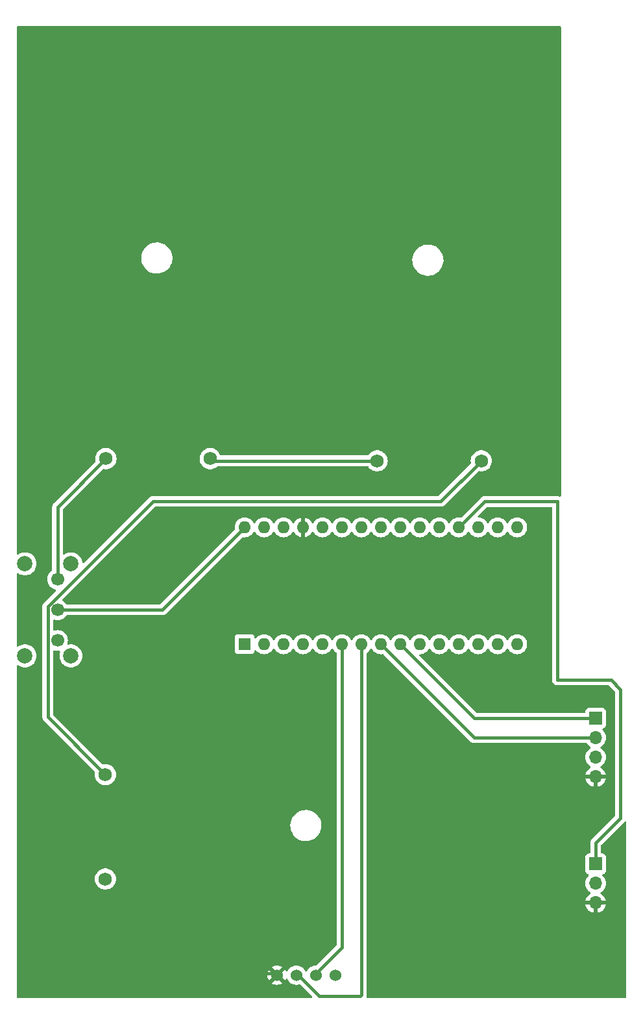
<source format=gtl>
%TF.GenerationSoftware,KiCad,Pcbnew,7.0.10*%
%TF.CreationDate,2024-05-29T17:31:35+08:00*%
%TF.ProjectId,toilet_monitoring_unit,746f696c-6574-45f6-9d6f-6e69746f7269,rev?*%
%TF.SameCoordinates,Original*%
%TF.FileFunction,Copper,L1,Top*%
%TF.FilePolarity,Positive*%
%FSLAX46Y46*%
G04 Gerber Fmt 4.6, Leading zero omitted, Abs format (unit mm)*
G04 Created by KiCad (PCBNEW 7.0.10) date 2024-05-29 17:31:35*
%MOMM*%
%LPD*%
G01*
G04 APERTURE LIST*
%TA.AperFunction,ComponentPad*%
%ADD10C,2.000000*%
%TD*%
%TA.AperFunction,ComponentPad*%
%ADD11C,1.700000*%
%TD*%
%TA.AperFunction,ComponentPad*%
%ADD12R,1.700000X1.700000*%
%TD*%
%TA.AperFunction,ComponentPad*%
%ADD13O,1.700000X1.700000*%
%TD*%
%TA.AperFunction,ComponentPad*%
%ADD14R,1.600000X1.600000*%
%TD*%
%TA.AperFunction,ComponentPad*%
%ADD15O,1.600000X1.600000*%
%TD*%
%TA.AperFunction,ComponentPad*%
%ADD16C,1.530000*%
%TD*%
%TA.AperFunction,ComponentPad*%
%ADD17C,1.755000*%
%TD*%
%TA.AperFunction,Conductor*%
%ADD18C,0.400000*%
%TD*%
G04 APERTURE END LIST*
D10*
%TO.P,SW2,*%
%TO.N,*%
X82534600Y-104871000D03*
X76534600Y-104871000D03*
X82534600Y-116871000D03*
X76534600Y-116871000D03*
D11*
%TO.P,SW2,1,A*%
%TO.N,Net-(SW2-A)*%
X80784600Y-106871000D03*
%TO.P,SW2,2,B*%
%TO.N,Net-(A1-VIN)*%
X80784600Y-110871000D03*
%TO.P,SW2,3*%
%TO.N,N/C*%
X80784600Y-114871000D03*
%TD*%
D12*
%TO.P,J1,1,Pin_1*%
%TO.N,/A0*%
X151000000Y-144000000D03*
D13*
%TO.P,J1,2,Pin_2*%
%TO.N,GND*%
X151000000Y-146540000D03*
%TO.P,J1,3,Pin_3*%
%TO.N,/5V*%
X151000000Y-149080000D03*
%TD*%
D14*
%TO.P,A1,1,TX1*%
%TO.N,unconnected-(A1-TX1-Pad1)*%
X105200000Y-115360000D03*
D15*
%TO.P,A1,2,RX1*%
%TO.N,unconnected-(A1-RX1-Pad2)*%
X107740000Y-115360000D03*
%TO.P,A1,3,~{RESET}*%
%TO.N,unconnected-(A1-~{RESET}-Pad3)*%
X110280000Y-115360000D03*
%TO.P,A1,4,GND*%
%TO.N,GND*%
X112820000Y-115360000D03*
%TO.P,A1,5,D2*%
%TO.N,unconnected-(A1-D2-Pad5)*%
X115360000Y-115360000D03*
%TO.P,A1,6,D3*%
%TO.N,/D3*%
X117900000Y-115360000D03*
%TO.P,A1,7,D4*%
%TO.N,/D4*%
X120440000Y-115360000D03*
%TO.P,A1,8,D5*%
%TO.N,/D5*%
X122980000Y-115360000D03*
%TO.P,A1,9,D6*%
%TO.N,/D6*%
X125520000Y-115360000D03*
%TO.P,A1,10,D7*%
%TO.N,unconnected-(A1-D7-Pad10)*%
X128060000Y-115360000D03*
%TO.P,A1,11,D8*%
%TO.N,unconnected-(A1-D8-Pad11)*%
X130600000Y-115360000D03*
%TO.P,A1,12,D9*%
%TO.N,unconnected-(A1-D9-Pad12)*%
X133140000Y-115360000D03*
%TO.P,A1,13,D10*%
%TO.N,unconnected-(A1-D10-Pad13)*%
X135680000Y-115360000D03*
%TO.P,A1,14,MOSI*%
%TO.N,unconnected-(A1-MOSI-Pad14)*%
X138220000Y-115360000D03*
%TO.P,A1,15,MISO*%
%TO.N,unconnected-(A1-MISO-Pad15)*%
X140760000Y-115360000D03*
%TO.P,A1,16,SCK*%
%TO.N,unconnected-(A1-SCK-Pad16)*%
X140760000Y-100120000D03*
%TO.P,A1,17,3V3*%
%TO.N,unconnected-(A1-3V3-Pad17)*%
X138220000Y-100120000D03*
%TO.P,A1,18,AREF*%
%TO.N,unconnected-(A1-AREF-Pad18)*%
X135680000Y-100120000D03*
%TO.P,A1,19,A0*%
%TO.N,/A0*%
X133140000Y-100120000D03*
%TO.P,A1,20,A1*%
%TO.N,unconnected-(A1-A1-Pad20)*%
X130600000Y-100120000D03*
%TO.P,A1,21,A2*%
%TO.N,unconnected-(A1-A2-Pad21)*%
X128060000Y-100120000D03*
%TO.P,A1,22,A3*%
%TO.N,unconnected-(A1-A3-Pad22)*%
X125520000Y-100120000D03*
%TO.P,A1,23,SDA/A4*%
%TO.N,unconnected-(A1-SDA{slash}A4-Pad23)*%
X122980000Y-100120000D03*
%TO.P,A1,24,SCL/A5*%
%TO.N,unconnected-(A1-SCL{slash}A5-Pad24)*%
X120440000Y-100120000D03*
%TO.P,A1,25,A6*%
%TO.N,unconnected-(A1-A6-Pad25)*%
X117900000Y-100120000D03*
%TO.P,A1,26,A7*%
%TO.N,unconnected-(A1-A7-Pad26)*%
X115360000Y-100120000D03*
%TO.P,A1,27,+5V*%
%TO.N,/5V*%
X112820000Y-100120000D03*
%TO.P,A1,28,~{RESET}*%
%TO.N,unconnected-(A1-~{RESET}-Pad28)*%
X110280000Y-100120000D03*
%TO.P,A1,29,GND*%
%TO.N,GND*%
X107740000Y-100120000D03*
%TO.P,A1,30,VIN*%
%TO.N,Net-(A1-VIN)*%
X105200000Y-100120000D03*
%TD*%
D16*
%TO.P,U1,1,VCC*%
%TO.N,/5V*%
X109420000Y-158500000D03*
%TO.P,U1,2,TRIG*%
%TO.N,/D4*%
X111960000Y-158500000D03*
%TO.P,U1,3,ECHO*%
%TO.N,/D3*%
X114500000Y-158500000D03*
%TO.P,U1,4,GND*%
%TO.N,GND*%
X117040000Y-158500000D03*
%TD*%
D17*
%TO.P,BT4,+*%
%TO.N,Net-(BT1-Pad-)*%
X122485000Y-91435000D03*
%TO.P,BT4,-*%
%TO.N,Net-(BT4-Pad-)*%
X136075000Y-91435000D03*
%TD*%
%TO.P,BT1,+*%
%TO.N,Net-(SW2-A)*%
X87110000Y-91160000D03*
%TO.P,BT1,-*%
%TO.N,Net-(BT1-Pad-)*%
X100700000Y-91160000D03*
%TD*%
%TO.P,BT5,+*%
%TO.N,Net-(BT4-Pad-)*%
X87030000Y-132370000D03*
%TO.P,BT5,-*%
%TO.N,GND*%
X87030000Y-145960000D03*
%TD*%
D12*
%TO.P,J3,1,Pin_1*%
%TO.N,/D6*%
X151000000Y-125000000D03*
D13*
%TO.P,J3,2,Pin_2*%
%TO.N,/D5*%
X151000000Y-127540000D03*
%TO.P,J3,3,Pin_3*%
%TO.N,GND*%
X151000000Y-130080000D03*
%TO.P,J3,4,Pin_4*%
%TO.N,/5V*%
X151000000Y-132620000D03*
%TD*%
D18*
%TO.N,/D3*%
X114500000Y-158250000D02*
X117900000Y-154850000D01*
X117900000Y-154850000D02*
X117900000Y-115360000D01*
%TO.N,/D4*%
X120440000Y-161060000D02*
X120440000Y-115360000D01*
X111960000Y-158250000D02*
X114960000Y-161250000D01*
X120250000Y-161250000D02*
X120440000Y-161060000D01*
X114960000Y-161250000D02*
X120250000Y-161250000D01*
%TO.N,/D6*%
X151000000Y-125000000D02*
X135160000Y-125000000D01*
X135160000Y-125000000D02*
X125520000Y-115360000D01*
%TO.N,/D5*%
X151000000Y-127540000D02*
X135160000Y-127540000D01*
X135160000Y-127540000D02*
X122980000Y-115360000D01*
%TO.N,/A0*%
X151000000Y-141250000D02*
X154250000Y-138000000D01*
X154250000Y-121250000D02*
X153000000Y-120000000D01*
X146000000Y-120000000D02*
X146000000Y-96750000D01*
X136510000Y-96750000D02*
X133140000Y-100120000D01*
X153000000Y-120000000D02*
X146000000Y-120000000D01*
X154250000Y-138000000D02*
X154250000Y-121250000D01*
X151000000Y-144000000D02*
X151000000Y-141250000D01*
X146000000Y-96750000D02*
X136510000Y-96750000D01*
%TO.N,Net-(A1-VIN)*%
X105200000Y-100120000D02*
X94449000Y-110871000D01*
X94449000Y-110871000D02*
X80784600Y-110871000D01*
%TO.N,/5V*%
X146380000Y-132620000D02*
X146000000Y-133000000D01*
X146920000Y-149080000D02*
X146000000Y-150000000D01*
X151000000Y-149080000D02*
X146920000Y-149080000D01*
X151000000Y-132620000D02*
X146380000Y-132620000D01*
X112820000Y-100120000D02*
X112820000Y-98820000D01*
X112820000Y-98820000D02*
X112000000Y-98000000D01*
X105250000Y-158250000D02*
X104000000Y-157000000D01*
X109420000Y-158250000D02*
X105250000Y-158250000D01*
%TO.N,Net-(SW2-A)*%
X80784600Y-97485400D02*
X80784600Y-106871000D01*
X87110000Y-91160000D02*
X80784600Y-97485400D01*
%TO.N,Net-(BT1-Pad-)*%
X100975000Y-91435000D02*
X100700000Y-91160000D01*
X122485000Y-91435000D02*
X100975000Y-91435000D01*
%TO.N,Net-(BT4-Pad-)*%
X79500000Y-110458543D02*
X79500000Y-124840000D01*
X93233543Y-96725000D02*
X79500000Y-110458543D01*
X130785000Y-96725000D02*
X93233543Y-96725000D01*
X79500000Y-124840000D02*
X87030000Y-132370000D01*
X136075000Y-91435000D02*
X130785000Y-96725000D01*
%TD*%
%TA.AperFunction,Conductor*%
%TO.N,/5V*%
G36*
X146417539Y-34770185D02*
G01*
X146463294Y-34822989D01*
X146474500Y-34874500D01*
X146474500Y-96001123D01*
X146454815Y-96068162D01*
X146402011Y-96113917D01*
X146332853Y-96123861D01*
X146306523Y-96117063D01*
X146295023Y-96112701D01*
X146281377Y-96106559D01*
X146250225Y-96090210D01*
X146250221Y-96090208D01*
X146216066Y-96081790D01*
X146201774Y-96077337D01*
X146168876Y-96064861D01*
X146168869Y-96064859D01*
X146133942Y-96060618D01*
X146119218Y-96057919D01*
X146085059Y-96049500D01*
X146085056Y-96049500D01*
X146042372Y-96049500D01*
X136534921Y-96049500D01*
X136527433Y-96049274D01*
X136467396Y-96045642D01*
X136467388Y-96045642D01*
X136408227Y-96056483D01*
X136400827Y-96057610D01*
X136341128Y-96064860D01*
X136341121Y-96064861D01*
X136331647Y-96068454D01*
X136310049Y-96074475D01*
X136300069Y-96076304D01*
X136249660Y-96098991D01*
X136247016Y-96100182D01*
X136245227Y-96100987D01*
X136238309Y-96103852D01*
X136182072Y-96125181D01*
X136182066Y-96125184D01*
X136173722Y-96130943D01*
X136154187Y-96141961D01*
X136144947Y-96146120D01*
X136144945Y-96146121D01*
X136097609Y-96183205D01*
X136091582Y-96187639D01*
X136042070Y-96221817D01*
X136042068Y-96221819D01*
X136002183Y-96266838D01*
X135997051Y-96272290D01*
X133470369Y-98798972D01*
X133409046Y-98832457D01*
X133371881Y-98834819D01*
X133366680Y-98834364D01*
X133347171Y-98832657D01*
X133140002Y-98814532D01*
X133139998Y-98814532D01*
X132913313Y-98834364D01*
X132913302Y-98834366D01*
X132693511Y-98893258D01*
X132693502Y-98893261D01*
X132487267Y-98989431D01*
X132487265Y-98989432D01*
X132300858Y-99119954D01*
X132139954Y-99280858D01*
X132009432Y-99467265D01*
X132009431Y-99467267D01*
X131982382Y-99525275D01*
X131936209Y-99577714D01*
X131869016Y-99596866D01*
X131802135Y-99576650D01*
X131757618Y-99525275D01*
X131730686Y-99467520D01*
X131730568Y-99467266D01*
X131600047Y-99280861D01*
X131600045Y-99280858D01*
X131439141Y-99119954D01*
X131252734Y-98989432D01*
X131252732Y-98989431D01*
X131046497Y-98893261D01*
X131046488Y-98893258D01*
X130826697Y-98834366D01*
X130826693Y-98834365D01*
X130826692Y-98834365D01*
X130826691Y-98834364D01*
X130826686Y-98834364D01*
X130600002Y-98814532D01*
X130599998Y-98814532D01*
X130373313Y-98834364D01*
X130373302Y-98834366D01*
X130153511Y-98893258D01*
X130153502Y-98893261D01*
X129947267Y-98989431D01*
X129947265Y-98989432D01*
X129760858Y-99119954D01*
X129599954Y-99280858D01*
X129469432Y-99467265D01*
X129469431Y-99467267D01*
X129442382Y-99525275D01*
X129396209Y-99577714D01*
X129329016Y-99596866D01*
X129262135Y-99576650D01*
X129217618Y-99525275D01*
X129190686Y-99467520D01*
X129190568Y-99467266D01*
X129060047Y-99280861D01*
X129060045Y-99280858D01*
X128899141Y-99119954D01*
X128712734Y-98989432D01*
X128712732Y-98989431D01*
X128506497Y-98893261D01*
X128506488Y-98893258D01*
X128286697Y-98834366D01*
X128286693Y-98834365D01*
X128286692Y-98834365D01*
X128286691Y-98834364D01*
X128286686Y-98834364D01*
X128060002Y-98814532D01*
X128059998Y-98814532D01*
X127833313Y-98834364D01*
X127833302Y-98834366D01*
X127613511Y-98893258D01*
X127613502Y-98893261D01*
X127407267Y-98989431D01*
X127407265Y-98989432D01*
X127220858Y-99119954D01*
X127059954Y-99280858D01*
X126929432Y-99467265D01*
X126929431Y-99467267D01*
X126902382Y-99525275D01*
X126856209Y-99577714D01*
X126789016Y-99596866D01*
X126722135Y-99576650D01*
X126677618Y-99525275D01*
X126650686Y-99467520D01*
X126650568Y-99467266D01*
X126520047Y-99280861D01*
X126520045Y-99280858D01*
X126359141Y-99119954D01*
X126172734Y-98989432D01*
X126172732Y-98989431D01*
X125966497Y-98893261D01*
X125966488Y-98893258D01*
X125746697Y-98834366D01*
X125746693Y-98834365D01*
X125746692Y-98834365D01*
X125746691Y-98834364D01*
X125746686Y-98834364D01*
X125520002Y-98814532D01*
X125519998Y-98814532D01*
X125293313Y-98834364D01*
X125293302Y-98834366D01*
X125073511Y-98893258D01*
X125073502Y-98893261D01*
X124867267Y-98989431D01*
X124867265Y-98989432D01*
X124680858Y-99119954D01*
X124519954Y-99280858D01*
X124389432Y-99467265D01*
X124389431Y-99467267D01*
X124362382Y-99525275D01*
X124316209Y-99577714D01*
X124249016Y-99596866D01*
X124182135Y-99576650D01*
X124137618Y-99525275D01*
X124110686Y-99467520D01*
X124110568Y-99467266D01*
X123980047Y-99280861D01*
X123980045Y-99280858D01*
X123819141Y-99119954D01*
X123632734Y-98989432D01*
X123632732Y-98989431D01*
X123426497Y-98893261D01*
X123426488Y-98893258D01*
X123206697Y-98834366D01*
X123206693Y-98834365D01*
X123206692Y-98834365D01*
X123206691Y-98834364D01*
X123206686Y-98834364D01*
X122980002Y-98814532D01*
X122979998Y-98814532D01*
X122753313Y-98834364D01*
X122753302Y-98834366D01*
X122533511Y-98893258D01*
X122533502Y-98893261D01*
X122327267Y-98989431D01*
X122327265Y-98989432D01*
X122140858Y-99119954D01*
X121979954Y-99280858D01*
X121849432Y-99467265D01*
X121849431Y-99467267D01*
X121822382Y-99525275D01*
X121776209Y-99577714D01*
X121709016Y-99596866D01*
X121642135Y-99576650D01*
X121597618Y-99525275D01*
X121570686Y-99467520D01*
X121570568Y-99467266D01*
X121440047Y-99280861D01*
X121440045Y-99280858D01*
X121279141Y-99119954D01*
X121092734Y-98989432D01*
X121092732Y-98989431D01*
X120886497Y-98893261D01*
X120886488Y-98893258D01*
X120666697Y-98834366D01*
X120666693Y-98834365D01*
X120666692Y-98834365D01*
X120666691Y-98834364D01*
X120666686Y-98834364D01*
X120440002Y-98814532D01*
X120439998Y-98814532D01*
X120213313Y-98834364D01*
X120213302Y-98834366D01*
X119993511Y-98893258D01*
X119993502Y-98893261D01*
X119787267Y-98989431D01*
X119787265Y-98989432D01*
X119600858Y-99119954D01*
X119439954Y-99280858D01*
X119309432Y-99467265D01*
X119309431Y-99467267D01*
X119282382Y-99525275D01*
X119236209Y-99577714D01*
X119169016Y-99596866D01*
X119102135Y-99576650D01*
X119057618Y-99525275D01*
X119030686Y-99467520D01*
X119030568Y-99467266D01*
X118900047Y-99280861D01*
X118900045Y-99280858D01*
X118739141Y-99119954D01*
X118552734Y-98989432D01*
X118552732Y-98989431D01*
X118346497Y-98893261D01*
X118346488Y-98893258D01*
X118126697Y-98834366D01*
X118126693Y-98834365D01*
X118126692Y-98834365D01*
X118126691Y-98834364D01*
X118126686Y-98834364D01*
X117900002Y-98814532D01*
X117899998Y-98814532D01*
X117673313Y-98834364D01*
X117673302Y-98834366D01*
X117453511Y-98893258D01*
X117453502Y-98893261D01*
X117247267Y-98989431D01*
X117247265Y-98989432D01*
X117060858Y-99119954D01*
X116899954Y-99280858D01*
X116769432Y-99467265D01*
X116769431Y-99467267D01*
X116742382Y-99525275D01*
X116696209Y-99577714D01*
X116629016Y-99596866D01*
X116562135Y-99576650D01*
X116517618Y-99525275D01*
X116490686Y-99467520D01*
X116490568Y-99467266D01*
X116360047Y-99280861D01*
X116360045Y-99280858D01*
X116199141Y-99119954D01*
X116012734Y-98989432D01*
X116012732Y-98989431D01*
X115806497Y-98893261D01*
X115806488Y-98893258D01*
X115586697Y-98834366D01*
X115586693Y-98834365D01*
X115586692Y-98834365D01*
X115586691Y-98834364D01*
X115586686Y-98834364D01*
X115360002Y-98814532D01*
X115359998Y-98814532D01*
X115133313Y-98834364D01*
X115133302Y-98834366D01*
X114913511Y-98893258D01*
X114913502Y-98893261D01*
X114707267Y-98989431D01*
X114707265Y-98989432D01*
X114520858Y-99119954D01*
X114359954Y-99280858D01*
X114229433Y-99467264D01*
X114229432Y-99467266D01*
X114229315Y-99467518D01*
X114202106Y-99525867D01*
X114155933Y-99578306D01*
X114088739Y-99597457D01*
X114021858Y-99577241D01*
X113977342Y-99525865D01*
X113950135Y-99467520D01*
X113950134Y-99467518D01*
X113819657Y-99281179D01*
X113658820Y-99120342D01*
X113472482Y-98989865D01*
X113266328Y-98893734D01*
X113070000Y-98841127D01*
X113070000Y-99684498D01*
X112962315Y-99635320D01*
X112855763Y-99620000D01*
X112784237Y-99620000D01*
X112677685Y-99635320D01*
X112570000Y-99684498D01*
X112570000Y-98841127D01*
X112373671Y-98893734D01*
X112167517Y-98989865D01*
X111981179Y-99120342D01*
X111820342Y-99281179D01*
X111689867Y-99467515D01*
X111662657Y-99525867D01*
X111616484Y-99578306D01*
X111549290Y-99597457D01*
X111482409Y-99577241D01*
X111437893Y-99525865D01*
X111410685Y-99467518D01*
X111410568Y-99467266D01*
X111280047Y-99280861D01*
X111280045Y-99280858D01*
X111119141Y-99119954D01*
X110932734Y-98989432D01*
X110932732Y-98989431D01*
X110726497Y-98893261D01*
X110726488Y-98893258D01*
X110506697Y-98834366D01*
X110506693Y-98834365D01*
X110506692Y-98834365D01*
X110506691Y-98834364D01*
X110506686Y-98834364D01*
X110280002Y-98814532D01*
X110279998Y-98814532D01*
X110053313Y-98834364D01*
X110053302Y-98834366D01*
X109833511Y-98893258D01*
X109833502Y-98893261D01*
X109627267Y-98989431D01*
X109627265Y-98989432D01*
X109440858Y-99119954D01*
X109279954Y-99280858D01*
X109149432Y-99467265D01*
X109149431Y-99467267D01*
X109122382Y-99525275D01*
X109076209Y-99577714D01*
X109009016Y-99596866D01*
X108942135Y-99576650D01*
X108897618Y-99525275D01*
X108870686Y-99467520D01*
X108870568Y-99467266D01*
X108740047Y-99280861D01*
X108740045Y-99280858D01*
X108579141Y-99119954D01*
X108392734Y-98989432D01*
X108392732Y-98989431D01*
X108186497Y-98893261D01*
X108186488Y-98893258D01*
X107966697Y-98834366D01*
X107966693Y-98834365D01*
X107966692Y-98834365D01*
X107966691Y-98834364D01*
X107966686Y-98834364D01*
X107740002Y-98814532D01*
X107739998Y-98814532D01*
X107513313Y-98834364D01*
X107513302Y-98834366D01*
X107293511Y-98893258D01*
X107293502Y-98893261D01*
X107087267Y-98989431D01*
X107087265Y-98989432D01*
X106900858Y-99119954D01*
X106739954Y-99280858D01*
X106609432Y-99467265D01*
X106609431Y-99467267D01*
X106582382Y-99525275D01*
X106536209Y-99577714D01*
X106469016Y-99596866D01*
X106402135Y-99576650D01*
X106357618Y-99525275D01*
X106330686Y-99467520D01*
X106330568Y-99467266D01*
X106200047Y-99280861D01*
X106200045Y-99280858D01*
X106039141Y-99119954D01*
X105852734Y-98989432D01*
X105852732Y-98989431D01*
X105646497Y-98893261D01*
X105646488Y-98893258D01*
X105426697Y-98834366D01*
X105426693Y-98834365D01*
X105426692Y-98834365D01*
X105426691Y-98834364D01*
X105426686Y-98834364D01*
X105200002Y-98814532D01*
X105199998Y-98814532D01*
X104973313Y-98834364D01*
X104973302Y-98834366D01*
X104753511Y-98893258D01*
X104753502Y-98893261D01*
X104547267Y-98989431D01*
X104547265Y-98989432D01*
X104360858Y-99119954D01*
X104199954Y-99280858D01*
X104069432Y-99467265D01*
X104069431Y-99467267D01*
X103973261Y-99673502D01*
X103973258Y-99673511D01*
X103914366Y-99893302D01*
X103914364Y-99893313D01*
X103894532Y-100119998D01*
X103894532Y-100120001D01*
X103914819Y-100351881D01*
X103901052Y-100420381D01*
X103878972Y-100450369D01*
X94195162Y-110134181D01*
X94133839Y-110167666D01*
X94107481Y-110170500D01*
X82007311Y-110170500D01*
X81940272Y-110150815D01*
X81905736Y-110117623D01*
X81823094Y-109999597D01*
X81656002Y-109832506D01*
X81655996Y-109832501D01*
X81459852Y-109695160D01*
X81416227Y-109640583D01*
X81409033Y-109571085D01*
X81440556Y-109508730D01*
X81443262Y-109505936D01*
X93487381Y-97461819D01*
X93548704Y-97428334D01*
X93575062Y-97425500D01*
X130760079Y-97425500D01*
X130767566Y-97425725D01*
X130827606Y-97429358D01*
X130886782Y-97418513D01*
X130894185Y-97417387D01*
X130897921Y-97416933D01*
X130953872Y-97410140D01*
X130963335Y-97406550D01*
X130984961Y-97400522D01*
X130985893Y-97400351D01*
X130994932Y-97398695D01*
X131049808Y-97373996D01*
X131056678Y-97371150D01*
X131112930Y-97349818D01*
X131121266Y-97344062D01*
X131140821Y-97333034D01*
X131150057Y-97328878D01*
X131197413Y-97291775D01*
X131203404Y-97287366D01*
X131252929Y-97253183D01*
X131292822Y-97208151D01*
X131297924Y-97202731D01*
X135681587Y-92819068D01*
X135742908Y-92785585D01*
X135789675Y-92784442D01*
X135960816Y-92813000D01*
X136189184Y-92813000D01*
X136414438Y-92775412D01*
X136630434Y-92701261D01*
X136831278Y-92592569D01*
X137011493Y-92452302D01*
X137166163Y-92284286D01*
X137291069Y-92093103D01*
X137382803Y-91883969D01*
X137438864Y-91662589D01*
X137443307Y-91608969D01*
X137457723Y-91435005D01*
X137457723Y-91434994D01*
X137438865Y-91207419D01*
X137438863Y-91207407D01*
X137382803Y-90986032D01*
X137359286Y-90932419D01*
X137291069Y-90776897D01*
X137250509Y-90714815D01*
X137166165Y-90585716D01*
X137146321Y-90564160D01*
X137011493Y-90417698D01*
X136831278Y-90277431D01*
X136831276Y-90277430D01*
X136831275Y-90277429D01*
X136630435Y-90168739D01*
X136630430Y-90168737D01*
X136414440Y-90094588D01*
X136189184Y-90057000D01*
X135960816Y-90057000D01*
X135735559Y-90094588D01*
X135519569Y-90168737D01*
X135519564Y-90168739D01*
X135318724Y-90277429D01*
X135138508Y-90417697D01*
X134983834Y-90585716D01*
X134858930Y-90776897D01*
X134767196Y-90986032D01*
X134711136Y-91207407D01*
X134711134Y-91207419D01*
X134692277Y-91434994D01*
X134692277Y-91435005D01*
X134711135Y-91662585D01*
X134723264Y-91710481D01*
X134720639Y-91780301D01*
X134690739Y-91828602D01*
X130531162Y-95988181D01*
X130469839Y-96021666D01*
X130443481Y-96024500D01*
X93258464Y-96024500D01*
X93250976Y-96024274D01*
X93190939Y-96020642D01*
X93190931Y-96020642D01*
X93131770Y-96031483D01*
X93124370Y-96032610D01*
X93064671Y-96039860D01*
X93064664Y-96039861D01*
X93055190Y-96043454D01*
X93033592Y-96049475D01*
X93023612Y-96051304D01*
X92968770Y-96075987D01*
X92961852Y-96078852D01*
X92905615Y-96100181D01*
X92905609Y-96100184D01*
X92897265Y-96105943D01*
X92877730Y-96116961D01*
X92868490Y-96121120D01*
X92868488Y-96121121D01*
X92821152Y-96158205D01*
X92815125Y-96162639D01*
X92765613Y-96196817D01*
X92765611Y-96196819D01*
X92725726Y-96241838D01*
X92720594Y-96247290D01*
X84233743Y-104734141D01*
X84172420Y-104767626D01*
X84102728Y-104762642D01*
X84046795Y-104720770D01*
X84022485Y-104656700D01*
X84019708Y-104623179D01*
X83958663Y-104382119D01*
X83858773Y-104154393D01*
X83722766Y-103946217D01*
X83701157Y-103922744D01*
X83554344Y-103763262D01*
X83358109Y-103610526D01*
X83358107Y-103610525D01*
X83358106Y-103610524D01*
X83139411Y-103492172D01*
X83139402Y-103492169D01*
X82904216Y-103411429D01*
X82658935Y-103370500D01*
X82410265Y-103370500D01*
X82164983Y-103411429D01*
X81929797Y-103492169D01*
X81929788Y-103492172D01*
X81741192Y-103594236D01*
X81711091Y-103610526D01*
X81685260Y-103630630D01*
X81620267Y-103656272D01*
X81551727Y-103642705D01*
X81501403Y-103594236D01*
X81485100Y-103532776D01*
X81485100Y-97826918D01*
X81504785Y-97759879D01*
X81521419Y-97739237D01*
X83272475Y-95988181D01*
X86716587Y-92544068D01*
X86777908Y-92510585D01*
X86824675Y-92509442D01*
X86995816Y-92538000D01*
X87224184Y-92538000D01*
X87449438Y-92500412D01*
X87665434Y-92426261D01*
X87866278Y-92317569D01*
X88046493Y-92177302D01*
X88201163Y-92009286D01*
X88326069Y-91818103D01*
X88417803Y-91608969D01*
X88473864Y-91387589D01*
X88488794Y-91207419D01*
X88492723Y-91160005D01*
X99317277Y-91160005D01*
X99336134Y-91387580D01*
X99336136Y-91387592D01*
X99392196Y-91608967D01*
X99483930Y-91818102D01*
X99608834Y-92009283D01*
X99608837Y-92009286D01*
X99763507Y-92177302D01*
X99943722Y-92317569D01*
X100144566Y-92426261D01*
X100360562Y-92500412D01*
X100585816Y-92538000D01*
X100814184Y-92538000D01*
X101039438Y-92500412D01*
X101255434Y-92426261D01*
X101456278Y-92317569D01*
X101636493Y-92177302D01*
X101638133Y-92175521D01*
X101638982Y-92175010D01*
X101640276Y-92173820D01*
X101640520Y-92174085D01*
X101698018Y-92139528D01*
X101729366Y-92135500D01*
X121229524Y-92135500D01*
X121296563Y-92155185D01*
X121333332Y-92191677D01*
X121393837Y-92284286D01*
X121548507Y-92452302D01*
X121728722Y-92592569D01*
X121929566Y-92701261D01*
X122145562Y-92775412D01*
X122370816Y-92813000D01*
X122599184Y-92813000D01*
X122824438Y-92775412D01*
X123040434Y-92701261D01*
X123241278Y-92592569D01*
X123421493Y-92452302D01*
X123576163Y-92284286D01*
X123701069Y-92093103D01*
X123792803Y-91883969D01*
X123848864Y-91662589D01*
X123853307Y-91608969D01*
X123867723Y-91435005D01*
X123867723Y-91434994D01*
X123848865Y-91207419D01*
X123848863Y-91207407D01*
X123792803Y-90986032D01*
X123769286Y-90932419D01*
X123701069Y-90776897D01*
X123660509Y-90714815D01*
X123576165Y-90585716D01*
X123556321Y-90564160D01*
X123421493Y-90417698D01*
X123241278Y-90277431D01*
X123241276Y-90277430D01*
X123241275Y-90277429D01*
X123040435Y-90168739D01*
X123040430Y-90168737D01*
X122824440Y-90094588D01*
X122599184Y-90057000D01*
X122370816Y-90057000D01*
X122145559Y-90094588D01*
X121929569Y-90168737D01*
X121929564Y-90168739D01*
X121728724Y-90277429D01*
X121685960Y-90310714D01*
X121548507Y-90417698D01*
X121393837Y-90585714D01*
X121393836Y-90585716D01*
X121333332Y-90678323D01*
X121280185Y-90723679D01*
X121229524Y-90734500D01*
X102099111Y-90734500D01*
X102032072Y-90714815D01*
X101986317Y-90662011D01*
X101985555Y-90660310D01*
X101916069Y-90501897D01*
X101791165Y-90310716D01*
X101660465Y-90168739D01*
X101636493Y-90142698D01*
X101456278Y-90002431D01*
X101456276Y-90002430D01*
X101456275Y-90002429D01*
X101255435Y-89893739D01*
X101255430Y-89893737D01*
X101039440Y-89819588D01*
X100814184Y-89782000D01*
X100585816Y-89782000D01*
X100360559Y-89819588D01*
X100144569Y-89893737D01*
X100144564Y-89893739D01*
X99943724Y-90002429D01*
X99763508Y-90142697D01*
X99608834Y-90310716D01*
X99483930Y-90501897D01*
X99392196Y-90711032D01*
X99336136Y-90932407D01*
X99336134Y-90932419D01*
X99317277Y-91159994D01*
X99317277Y-91160005D01*
X88492723Y-91160005D01*
X88492723Y-91159994D01*
X88473865Y-90932419D01*
X88473863Y-90932407D01*
X88471138Y-90921647D01*
X88417803Y-90711031D01*
X88326069Y-90501897D01*
X88271059Y-90417698D01*
X88201165Y-90310716D01*
X88070465Y-90168739D01*
X88046493Y-90142698D01*
X87866278Y-90002431D01*
X87866276Y-90002430D01*
X87866275Y-90002429D01*
X87665435Y-89893739D01*
X87665430Y-89893737D01*
X87449440Y-89819588D01*
X87224184Y-89782000D01*
X86995816Y-89782000D01*
X86770559Y-89819588D01*
X86554569Y-89893737D01*
X86554564Y-89893739D01*
X86353724Y-90002429D01*
X86173508Y-90142697D01*
X86018834Y-90310716D01*
X85893930Y-90501897D01*
X85802196Y-90711032D01*
X85746136Y-90932407D01*
X85746134Y-90932419D01*
X85727277Y-91159994D01*
X85727277Y-91160005D01*
X85746135Y-91387585D01*
X85758264Y-91435482D01*
X85755638Y-91505303D01*
X85725739Y-91553603D01*
X80306890Y-96972451D01*
X80301438Y-96977583D01*
X80256419Y-97017468D01*
X80222249Y-97066969D01*
X80217813Y-97072997D01*
X80180724Y-97120338D01*
X80180719Y-97120348D01*
X80176560Y-97129588D01*
X80165542Y-97149123D01*
X80159787Y-97157461D01*
X80159779Y-97157476D01*
X80138453Y-97213705D01*
X80135589Y-97220620D01*
X80110905Y-97275468D01*
X80109077Y-97285442D01*
X80103053Y-97307053D01*
X80099460Y-97316527D01*
X80099460Y-97316528D01*
X80092210Y-97376227D01*
X80091083Y-97383627D01*
X80080242Y-97442789D01*
X80080242Y-97442795D01*
X80083874Y-97502832D01*
X80084100Y-97510320D01*
X80084100Y-105648288D01*
X80064415Y-105715327D01*
X80031224Y-105749863D01*
X79913194Y-105832508D01*
X79746105Y-105999597D01*
X79610565Y-106193169D01*
X79610564Y-106193171D01*
X79510698Y-106407335D01*
X79510694Y-106407344D01*
X79449538Y-106635586D01*
X79449536Y-106635596D01*
X79428941Y-106870999D01*
X79428941Y-106871000D01*
X79449536Y-107106403D01*
X79449538Y-107106413D01*
X79510694Y-107334655D01*
X79510696Y-107334659D01*
X79510697Y-107334663D01*
X79610565Y-107548830D01*
X79610567Y-107548834D01*
X79718881Y-107703521D01*
X79746105Y-107742401D01*
X79913199Y-107909495D01*
X80009984Y-107977265D01*
X80106765Y-108045032D01*
X80106767Y-108045033D01*
X80106770Y-108045035D01*
X80320937Y-108144903D01*
X80509431Y-108195409D01*
X80569091Y-108231774D01*
X80599621Y-108294620D01*
X80591327Y-108363996D01*
X80565019Y-108402865D01*
X79022290Y-109945594D01*
X79016838Y-109950726D01*
X78971819Y-109990611D01*
X78937649Y-110040112D01*
X78933213Y-110046140D01*
X78896124Y-110093481D01*
X78896119Y-110093491D01*
X78891960Y-110102731D01*
X78880942Y-110122266D01*
X78875187Y-110130604D01*
X78875179Y-110130619D01*
X78853853Y-110186848D01*
X78850989Y-110193763D01*
X78826305Y-110248611D01*
X78824477Y-110258585D01*
X78818453Y-110280196D01*
X78814860Y-110289670D01*
X78814860Y-110289671D01*
X78807610Y-110349370D01*
X78806483Y-110356770D01*
X78795642Y-110415932D01*
X78795642Y-110415938D01*
X78799274Y-110475975D01*
X78799500Y-110483463D01*
X78799500Y-124815078D01*
X78799274Y-124822566D01*
X78795642Y-124882603D01*
X78795642Y-124882605D01*
X78806483Y-124941770D01*
X78807610Y-124949171D01*
X78814859Y-125008871D01*
X78814860Y-125008874D01*
X78818451Y-125018343D01*
X78824474Y-125039946D01*
X78826304Y-125049930D01*
X78850991Y-125104782D01*
X78853854Y-125111694D01*
X78875182Y-125167930D01*
X78875183Y-125167931D01*
X78880936Y-125176266D01*
X78891961Y-125195813D01*
X78896120Y-125205055D01*
X78896124Y-125205060D01*
X78933215Y-125252403D01*
X78937655Y-125258438D01*
X78971812Y-125307924D01*
X78971816Y-125307929D01*
X79016828Y-125347805D01*
X79022283Y-125352940D01*
X85645739Y-131976396D01*
X85679224Y-132037719D01*
X85678264Y-132094516D01*
X85666135Y-132142412D01*
X85647277Y-132369994D01*
X85647277Y-132370000D01*
X85666134Y-132597580D01*
X85666136Y-132597592D01*
X85722196Y-132818967D01*
X85813930Y-133028102D01*
X85938834Y-133219283D01*
X85938837Y-133219286D01*
X86093507Y-133387302D01*
X86273722Y-133527569D01*
X86474566Y-133636261D01*
X86690562Y-133710412D01*
X86915816Y-133748000D01*
X87144184Y-133748000D01*
X87369438Y-133710412D01*
X87585434Y-133636261D01*
X87786278Y-133527569D01*
X87966493Y-133387302D01*
X88121163Y-133219286D01*
X88246069Y-133028103D01*
X88337803Y-132818969D01*
X88393864Y-132597589D01*
X88412723Y-132370000D01*
X88393864Y-132142411D01*
X88337803Y-131921031D01*
X88246069Y-131711897D01*
X88161132Y-131581891D01*
X88121165Y-131520716D01*
X88101321Y-131499160D01*
X87966493Y-131352698D01*
X87786278Y-131212431D01*
X87786276Y-131212430D01*
X87786275Y-131212429D01*
X87585435Y-131103739D01*
X87585430Y-131103737D01*
X87369440Y-131029588D01*
X87144184Y-130992000D01*
X86915816Y-130992000D01*
X86744676Y-131020557D01*
X86675313Y-131012176D01*
X86636587Y-130985930D01*
X80236819Y-124586162D01*
X80203334Y-124524839D01*
X80200500Y-124498481D01*
X80200500Y-116274232D01*
X80220185Y-116207193D01*
X80272989Y-116161438D01*
X80342147Y-116151494D01*
X80356594Y-116154457D01*
X80549192Y-116206063D01*
X80737518Y-116222539D01*
X80784599Y-116226659D01*
X80784600Y-116226659D01*
X80784601Y-116226659D01*
X80801463Y-116225183D01*
X80986065Y-116209032D01*
X81054562Y-116222798D01*
X81104745Y-116271413D01*
X81120679Y-116339442D01*
X81111688Y-116377100D01*
X81112200Y-116377276D01*
X81110536Y-116382120D01*
X81049492Y-116623175D01*
X81049490Y-116623187D01*
X81028957Y-116870994D01*
X81028957Y-116871005D01*
X81049490Y-117118812D01*
X81049492Y-117118824D01*
X81110536Y-117359881D01*
X81210426Y-117587606D01*
X81346433Y-117795782D01*
X81346436Y-117795785D01*
X81514856Y-117978738D01*
X81711091Y-118131474D01*
X81711093Y-118131475D01*
X81840951Y-118201751D01*
X81929790Y-118249828D01*
X82164986Y-118330571D01*
X82410265Y-118371500D01*
X82658935Y-118371500D01*
X82904214Y-118330571D01*
X83139410Y-118249828D01*
X83358109Y-118131474D01*
X83554344Y-117978738D01*
X83722764Y-117795785D01*
X83858773Y-117587607D01*
X83958663Y-117359881D01*
X84019708Y-117118821D01*
X84021439Y-117097929D01*
X84040243Y-116871005D01*
X84040243Y-116870994D01*
X84019709Y-116623187D01*
X84019707Y-116623175D01*
X83958663Y-116382118D01*
X83858773Y-116154393D01*
X83722766Y-115946217D01*
X83683302Y-115903348D01*
X83554344Y-115763262D01*
X83358109Y-115610526D01*
X83358107Y-115610525D01*
X83358106Y-115610524D01*
X83139411Y-115492172D01*
X83139402Y-115492169D01*
X82904216Y-115411429D01*
X82658935Y-115370500D01*
X82410265Y-115370500D01*
X82222040Y-115401908D01*
X82152675Y-115393526D01*
X82098853Y-115348973D01*
X82077663Y-115282394D01*
X82081856Y-115247506D01*
X82119663Y-115106408D01*
X82140259Y-114871000D01*
X82119663Y-114635592D01*
X82058503Y-114407337D01*
X81958635Y-114193171D01*
X81904743Y-114116204D01*
X81823094Y-113999597D01*
X81656002Y-113832506D01*
X81655995Y-113832501D01*
X81462434Y-113696967D01*
X81462430Y-113696965D01*
X81368700Y-113653258D01*
X81248263Y-113597097D01*
X81248259Y-113597096D01*
X81248255Y-113597094D01*
X81020013Y-113535938D01*
X81020003Y-113535936D01*
X80784601Y-113515341D01*
X80784599Y-113515341D01*
X80549196Y-113535936D01*
X80549186Y-113535938D01*
X80356593Y-113587542D01*
X80286743Y-113585879D01*
X80228880Y-113546716D01*
X80201377Y-113482487D01*
X80200500Y-113467767D01*
X80200500Y-112274232D01*
X80220185Y-112207193D01*
X80272989Y-112161438D01*
X80342147Y-112151494D01*
X80356594Y-112154457D01*
X80549192Y-112206063D01*
X80737518Y-112222539D01*
X80784599Y-112226659D01*
X80784600Y-112226659D01*
X80784601Y-112226659D01*
X80823834Y-112223226D01*
X81020008Y-112206063D01*
X81248263Y-112144903D01*
X81462430Y-112045035D01*
X81656001Y-111909495D01*
X81823095Y-111742401D01*
X81905736Y-111624376D01*
X81960313Y-111580752D01*
X82007311Y-111571500D01*
X94424079Y-111571500D01*
X94431566Y-111571725D01*
X94491606Y-111575358D01*
X94550782Y-111564513D01*
X94558185Y-111563387D01*
X94561921Y-111562933D01*
X94617872Y-111556140D01*
X94627335Y-111552550D01*
X94648961Y-111546522D01*
X94649893Y-111546351D01*
X94658932Y-111544695D01*
X94713808Y-111519996D01*
X94720678Y-111517150D01*
X94776930Y-111495818D01*
X94785266Y-111490062D01*
X94804821Y-111479034D01*
X94814057Y-111474878D01*
X94861413Y-111437775D01*
X94867404Y-111433366D01*
X94916929Y-111399183D01*
X94956822Y-111354151D01*
X94961924Y-111348731D01*
X104869630Y-101441025D01*
X104930951Y-101407542D01*
X104968117Y-101405180D01*
X104973303Y-101405633D01*
X104973308Y-101405635D01*
X105178263Y-101423566D01*
X105199999Y-101425468D01*
X105200000Y-101425468D01*
X105200002Y-101425468D01*
X105256673Y-101420509D01*
X105426692Y-101405635D01*
X105646496Y-101346739D01*
X105852734Y-101250568D01*
X106039139Y-101120047D01*
X106200047Y-100959139D01*
X106330568Y-100772734D01*
X106357618Y-100714724D01*
X106403790Y-100662285D01*
X106470983Y-100643133D01*
X106537865Y-100663348D01*
X106582382Y-100714725D01*
X106609429Y-100772728D01*
X106609432Y-100772734D01*
X106739954Y-100959141D01*
X106900858Y-101120045D01*
X106900861Y-101120047D01*
X107087266Y-101250568D01*
X107293504Y-101346739D01*
X107513308Y-101405635D01*
X107675230Y-101419801D01*
X107739998Y-101425468D01*
X107740000Y-101425468D01*
X107740002Y-101425468D01*
X107796673Y-101420509D01*
X107966692Y-101405635D01*
X108186496Y-101346739D01*
X108392734Y-101250568D01*
X108579139Y-101120047D01*
X108740047Y-100959139D01*
X108870568Y-100772734D01*
X108897618Y-100714724D01*
X108943790Y-100662285D01*
X109010983Y-100643133D01*
X109077865Y-100663348D01*
X109122382Y-100714725D01*
X109149429Y-100772728D01*
X109149432Y-100772734D01*
X109279954Y-100959141D01*
X109440858Y-101120045D01*
X109440861Y-101120047D01*
X109627266Y-101250568D01*
X109833504Y-101346739D01*
X110053308Y-101405635D01*
X110215230Y-101419801D01*
X110279998Y-101425468D01*
X110280000Y-101425468D01*
X110280002Y-101425468D01*
X110336673Y-101420509D01*
X110506692Y-101405635D01*
X110726496Y-101346739D01*
X110932734Y-101250568D01*
X111119139Y-101120047D01*
X111280047Y-100959139D01*
X111410568Y-100772734D01*
X111437895Y-100714129D01*
X111484064Y-100661695D01*
X111551257Y-100642542D01*
X111618139Y-100662757D01*
X111662657Y-100714133D01*
X111689865Y-100772482D01*
X111820342Y-100958820D01*
X111981179Y-101119657D01*
X112167517Y-101250134D01*
X112373673Y-101346265D01*
X112373682Y-101346269D01*
X112569999Y-101398872D01*
X112570000Y-101398871D01*
X112570000Y-100555501D01*
X112677685Y-100604680D01*
X112784237Y-100620000D01*
X112855763Y-100620000D01*
X112962315Y-100604680D01*
X113070000Y-100555501D01*
X113070000Y-101398872D01*
X113266317Y-101346269D01*
X113266326Y-101346265D01*
X113472482Y-101250134D01*
X113658820Y-101119657D01*
X113819657Y-100958820D01*
X113950132Y-100772484D01*
X113977341Y-100714134D01*
X114023513Y-100661695D01*
X114090707Y-100642542D01*
X114157588Y-100662757D01*
X114202106Y-100714133D01*
X114229431Y-100772732D01*
X114229432Y-100772734D01*
X114359954Y-100959141D01*
X114520858Y-101120045D01*
X114520861Y-101120047D01*
X114707266Y-101250568D01*
X114913504Y-101346739D01*
X115133308Y-101405635D01*
X115295230Y-101419801D01*
X115359998Y-101425468D01*
X115360000Y-101425468D01*
X115360002Y-101425468D01*
X115416673Y-101420509D01*
X115586692Y-101405635D01*
X115806496Y-101346739D01*
X116012734Y-101250568D01*
X116199139Y-101120047D01*
X116360047Y-100959139D01*
X116490568Y-100772734D01*
X116517618Y-100714724D01*
X116563790Y-100662285D01*
X116630983Y-100643133D01*
X116697865Y-100663348D01*
X116742382Y-100714725D01*
X116769429Y-100772728D01*
X116769432Y-100772734D01*
X116899954Y-100959141D01*
X117060858Y-101120045D01*
X117060861Y-101120047D01*
X117247266Y-101250568D01*
X117453504Y-101346739D01*
X117673308Y-101405635D01*
X117835230Y-101419801D01*
X117899998Y-101425468D01*
X117900000Y-101425468D01*
X117900002Y-101425468D01*
X117956673Y-101420509D01*
X118126692Y-101405635D01*
X118346496Y-101346739D01*
X118552734Y-101250568D01*
X118739139Y-101120047D01*
X118900047Y-100959139D01*
X119030568Y-100772734D01*
X119057618Y-100714724D01*
X119103790Y-100662285D01*
X119170983Y-100643133D01*
X119237865Y-100663348D01*
X119282382Y-100714725D01*
X119309429Y-100772728D01*
X119309432Y-100772734D01*
X119439954Y-100959141D01*
X119600858Y-101120045D01*
X119600861Y-101120047D01*
X119787266Y-101250568D01*
X119993504Y-101346739D01*
X120213308Y-101405635D01*
X120375230Y-101419801D01*
X120439998Y-101425468D01*
X120440000Y-101425468D01*
X120440002Y-101425468D01*
X120496673Y-101420509D01*
X120666692Y-101405635D01*
X120886496Y-101346739D01*
X121092734Y-101250568D01*
X121279139Y-101120047D01*
X121440047Y-100959139D01*
X121570568Y-100772734D01*
X121597618Y-100714724D01*
X121643790Y-100662285D01*
X121710983Y-100643133D01*
X121777865Y-100663348D01*
X121822382Y-100714725D01*
X121849429Y-100772728D01*
X121849432Y-100772734D01*
X121979954Y-100959141D01*
X122140858Y-101120045D01*
X122140861Y-101120047D01*
X122327266Y-101250568D01*
X122533504Y-101346739D01*
X122753308Y-101405635D01*
X122915230Y-101419801D01*
X122979998Y-101425468D01*
X122980000Y-101425468D01*
X122980002Y-101425468D01*
X123036673Y-101420509D01*
X123206692Y-101405635D01*
X123426496Y-101346739D01*
X123632734Y-101250568D01*
X123819139Y-101120047D01*
X123980047Y-100959139D01*
X124110568Y-100772734D01*
X124137618Y-100714724D01*
X124183790Y-100662285D01*
X124250983Y-100643133D01*
X124317865Y-100663348D01*
X124362382Y-100714725D01*
X124389429Y-100772728D01*
X124389432Y-100772734D01*
X124519954Y-100959141D01*
X124680858Y-101120045D01*
X124680861Y-101120047D01*
X124867266Y-101250568D01*
X125073504Y-101346739D01*
X125293308Y-101405635D01*
X125455230Y-101419801D01*
X125519998Y-101425468D01*
X125520000Y-101425468D01*
X125520002Y-101425468D01*
X125576673Y-101420509D01*
X125746692Y-101405635D01*
X125966496Y-101346739D01*
X126172734Y-101250568D01*
X126359139Y-101120047D01*
X126520047Y-100959139D01*
X126650568Y-100772734D01*
X126677618Y-100714724D01*
X126723790Y-100662285D01*
X126790983Y-100643133D01*
X126857865Y-100663348D01*
X126902382Y-100714725D01*
X126929429Y-100772728D01*
X126929432Y-100772734D01*
X127059954Y-100959141D01*
X127220858Y-101120045D01*
X127220861Y-101120047D01*
X127407266Y-101250568D01*
X127613504Y-101346739D01*
X127833308Y-101405635D01*
X127995230Y-101419801D01*
X128059998Y-101425468D01*
X128060000Y-101425468D01*
X128060002Y-101425468D01*
X128116673Y-101420509D01*
X128286692Y-101405635D01*
X128506496Y-101346739D01*
X128712734Y-101250568D01*
X128899139Y-101120047D01*
X129060047Y-100959139D01*
X129190568Y-100772734D01*
X129217618Y-100714724D01*
X129263790Y-100662285D01*
X129330983Y-100643133D01*
X129397865Y-100663348D01*
X129442382Y-100714725D01*
X129469429Y-100772728D01*
X129469432Y-100772734D01*
X129599954Y-100959141D01*
X129760858Y-101120045D01*
X129760861Y-101120047D01*
X129947266Y-101250568D01*
X130153504Y-101346739D01*
X130373308Y-101405635D01*
X130535230Y-101419801D01*
X130599998Y-101425468D01*
X130600000Y-101425468D01*
X130600002Y-101425468D01*
X130656673Y-101420509D01*
X130826692Y-101405635D01*
X131046496Y-101346739D01*
X131252734Y-101250568D01*
X131439139Y-101120047D01*
X131600047Y-100959139D01*
X131730568Y-100772734D01*
X131757618Y-100714724D01*
X131803790Y-100662285D01*
X131870983Y-100643133D01*
X131937865Y-100663348D01*
X131982382Y-100714725D01*
X132009429Y-100772728D01*
X132009432Y-100772734D01*
X132139954Y-100959141D01*
X132300858Y-101120045D01*
X132300861Y-101120047D01*
X132487266Y-101250568D01*
X132693504Y-101346739D01*
X132913308Y-101405635D01*
X133075230Y-101419801D01*
X133139998Y-101425468D01*
X133140000Y-101425468D01*
X133140002Y-101425468D01*
X133196673Y-101420509D01*
X133366692Y-101405635D01*
X133586496Y-101346739D01*
X133792734Y-101250568D01*
X133979139Y-101120047D01*
X134140047Y-100959139D01*
X134270568Y-100772734D01*
X134297618Y-100714724D01*
X134343790Y-100662285D01*
X134410983Y-100643133D01*
X134477865Y-100663348D01*
X134522382Y-100714725D01*
X134549429Y-100772728D01*
X134549432Y-100772734D01*
X134679954Y-100959141D01*
X134840858Y-101120045D01*
X134840861Y-101120047D01*
X135027266Y-101250568D01*
X135233504Y-101346739D01*
X135453308Y-101405635D01*
X135615230Y-101419801D01*
X135679998Y-101425468D01*
X135680000Y-101425468D01*
X135680002Y-101425468D01*
X135736673Y-101420509D01*
X135906692Y-101405635D01*
X136126496Y-101346739D01*
X136332734Y-101250568D01*
X136519139Y-101120047D01*
X136680047Y-100959139D01*
X136810568Y-100772734D01*
X136837618Y-100714724D01*
X136883790Y-100662285D01*
X136950983Y-100643133D01*
X137017865Y-100663348D01*
X137062382Y-100714725D01*
X137089429Y-100772728D01*
X137089432Y-100772734D01*
X137219954Y-100959141D01*
X137380858Y-101120045D01*
X137380861Y-101120047D01*
X137567266Y-101250568D01*
X137773504Y-101346739D01*
X137993308Y-101405635D01*
X138155230Y-101419801D01*
X138219998Y-101425468D01*
X138220000Y-101425468D01*
X138220002Y-101425468D01*
X138276673Y-101420509D01*
X138446692Y-101405635D01*
X138666496Y-101346739D01*
X138872734Y-101250568D01*
X139059139Y-101120047D01*
X139220047Y-100959139D01*
X139350568Y-100772734D01*
X139377618Y-100714724D01*
X139423790Y-100662285D01*
X139490983Y-100643133D01*
X139557865Y-100663348D01*
X139602382Y-100714725D01*
X139629429Y-100772728D01*
X139629432Y-100772734D01*
X139759954Y-100959141D01*
X139920858Y-101120045D01*
X139920861Y-101120047D01*
X140107266Y-101250568D01*
X140313504Y-101346739D01*
X140533308Y-101405635D01*
X140695230Y-101419801D01*
X140759998Y-101425468D01*
X140760000Y-101425468D01*
X140760002Y-101425468D01*
X140816673Y-101420509D01*
X140986692Y-101405635D01*
X141206496Y-101346739D01*
X141412734Y-101250568D01*
X141599139Y-101120047D01*
X141760047Y-100959139D01*
X141890568Y-100772734D01*
X141986739Y-100566496D01*
X142045635Y-100346692D01*
X142065468Y-100120000D01*
X142045635Y-99893308D01*
X141986739Y-99673504D01*
X141890568Y-99467266D01*
X141760047Y-99280861D01*
X141760045Y-99280858D01*
X141599141Y-99119954D01*
X141412734Y-98989432D01*
X141412732Y-98989431D01*
X141206497Y-98893261D01*
X141206488Y-98893258D01*
X140986697Y-98834366D01*
X140986693Y-98834365D01*
X140986692Y-98834365D01*
X140986691Y-98834364D01*
X140986686Y-98834364D01*
X140760002Y-98814532D01*
X140759998Y-98814532D01*
X140533313Y-98834364D01*
X140533302Y-98834366D01*
X140313511Y-98893258D01*
X140313502Y-98893261D01*
X140107267Y-98989431D01*
X140107265Y-98989432D01*
X139920858Y-99119954D01*
X139759954Y-99280858D01*
X139629432Y-99467265D01*
X139629431Y-99467267D01*
X139602382Y-99525275D01*
X139556209Y-99577714D01*
X139489016Y-99596866D01*
X139422135Y-99576650D01*
X139377618Y-99525275D01*
X139350686Y-99467520D01*
X139350568Y-99467266D01*
X139220047Y-99280861D01*
X139220045Y-99280858D01*
X139059141Y-99119954D01*
X138872734Y-98989432D01*
X138872732Y-98989431D01*
X138666497Y-98893261D01*
X138666488Y-98893258D01*
X138446697Y-98834366D01*
X138446693Y-98834365D01*
X138446692Y-98834365D01*
X138446691Y-98834364D01*
X138446686Y-98834364D01*
X138220002Y-98814532D01*
X138219998Y-98814532D01*
X137993313Y-98834364D01*
X137993302Y-98834366D01*
X137773511Y-98893258D01*
X137773502Y-98893261D01*
X137567267Y-98989431D01*
X137567265Y-98989432D01*
X137380858Y-99119954D01*
X137219954Y-99280858D01*
X137089432Y-99467265D01*
X137089431Y-99467267D01*
X137062382Y-99525275D01*
X137016209Y-99577714D01*
X136949016Y-99596866D01*
X136882135Y-99576650D01*
X136837618Y-99525275D01*
X136810686Y-99467520D01*
X136810568Y-99467266D01*
X136680047Y-99280861D01*
X136680045Y-99280858D01*
X136519141Y-99119954D01*
X136332734Y-98989432D01*
X136332732Y-98989431D01*
X136126497Y-98893261D01*
X136126488Y-98893258D01*
X135906697Y-98834366D01*
X135906687Y-98834364D01*
X135720649Y-98818088D01*
X135655581Y-98792635D01*
X135614602Y-98736044D01*
X135610724Y-98666282D01*
X135643774Y-98606881D01*
X136763838Y-97486819D01*
X136825161Y-97453334D01*
X136851519Y-97450500D01*
X145175500Y-97450500D01*
X145242539Y-97470185D01*
X145288294Y-97522989D01*
X145299500Y-97574500D01*
X145299500Y-120085059D01*
X145307919Y-120119218D01*
X145310618Y-120133942D01*
X145314859Y-120168869D01*
X145314861Y-120168876D01*
X145327337Y-120201774D01*
X145331790Y-120216066D01*
X145340208Y-120250221D01*
X145340210Y-120250225D01*
X145356559Y-120281377D01*
X145362702Y-120295026D01*
X145375182Y-120327931D01*
X145375183Y-120327934D01*
X145395171Y-120356890D01*
X145402918Y-120369705D01*
X145419263Y-120400847D01*
X145419266Y-120400852D01*
X145442592Y-120427182D01*
X145451822Y-120438964D01*
X145471813Y-120467924D01*
X145471821Y-120467933D01*
X145498150Y-120491258D01*
X145508740Y-120501847D01*
X145532073Y-120528185D01*
X145561028Y-120548171D01*
X145572814Y-120557405D01*
X145599144Y-120580731D01*
X145599151Y-120580736D01*
X145630295Y-120597081D01*
X145643098Y-120604819D01*
X145672070Y-120624818D01*
X145704982Y-120637299D01*
X145718609Y-120643432D01*
X145749775Y-120659790D01*
X145749779Y-120659791D01*
X145749777Y-120659791D01*
X145773909Y-120665738D01*
X145783937Y-120668210D01*
X145798218Y-120672659D01*
X145831128Y-120685140D01*
X145866052Y-120689380D01*
X145880779Y-120692078D01*
X145902211Y-120697361D01*
X145914943Y-120700500D01*
X145914944Y-120700500D01*
X145957628Y-120700500D01*
X152658481Y-120700500D01*
X152725520Y-120720185D01*
X152746162Y-120736819D01*
X153513181Y-121503838D01*
X153546666Y-121565161D01*
X153549500Y-121591519D01*
X153549500Y-137658480D01*
X153529815Y-137725519D01*
X153513181Y-137746161D01*
X150522290Y-140737051D01*
X150516838Y-140742183D01*
X150471819Y-140782068D01*
X150437649Y-140831569D01*
X150433213Y-140837597D01*
X150396124Y-140884938D01*
X150396119Y-140884948D01*
X150391960Y-140894188D01*
X150380942Y-140913723D01*
X150375187Y-140922061D01*
X150375179Y-140922076D01*
X150353853Y-140978305D01*
X150350989Y-140985220D01*
X150326305Y-141040068D01*
X150324477Y-141050042D01*
X150318453Y-141071653D01*
X150314860Y-141081127D01*
X150314860Y-141081128D01*
X150307610Y-141140827D01*
X150306483Y-141148227D01*
X150295642Y-141207389D01*
X150295642Y-141207395D01*
X150299274Y-141267432D01*
X150299500Y-141274920D01*
X150299500Y-142525500D01*
X150279815Y-142592539D01*
X150227011Y-142638294D01*
X150175502Y-142649500D01*
X150102130Y-142649500D01*
X150102123Y-142649501D01*
X150042516Y-142655908D01*
X149907671Y-142706202D01*
X149907664Y-142706206D01*
X149792455Y-142792452D01*
X149792452Y-142792455D01*
X149706206Y-142907664D01*
X149706202Y-142907671D01*
X149655908Y-143042517D01*
X149649501Y-143102116D01*
X149649501Y-143102123D01*
X149649500Y-143102135D01*
X149649500Y-144897870D01*
X149649501Y-144897876D01*
X149655908Y-144957483D01*
X149706202Y-145092328D01*
X149706206Y-145092335D01*
X149792452Y-145207544D01*
X149792455Y-145207547D01*
X149907664Y-145293793D01*
X149907671Y-145293797D01*
X150039081Y-145342810D01*
X150095015Y-145384681D01*
X150119432Y-145450145D01*
X150104580Y-145518418D01*
X150083430Y-145546673D01*
X149961503Y-145668600D01*
X149825965Y-145862169D01*
X149825964Y-145862171D01*
X149726098Y-146076335D01*
X149726094Y-146076344D01*
X149664938Y-146304586D01*
X149664936Y-146304596D01*
X149644341Y-146539999D01*
X149644341Y-146540000D01*
X149664936Y-146775403D01*
X149664938Y-146775413D01*
X149726094Y-147003655D01*
X149726096Y-147003659D01*
X149726097Y-147003663D01*
X149779213Y-147117570D01*
X149825965Y-147217830D01*
X149825967Y-147217834D01*
X149961501Y-147411395D01*
X149961506Y-147411402D01*
X150128597Y-147578493D01*
X150128603Y-147578498D01*
X150314594Y-147708730D01*
X150358219Y-147763307D01*
X150365413Y-147832805D01*
X150333890Y-147895160D01*
X150314595Y-147911880D01*
X150128922Y-148041890D01*
X150128920Y-148041891D01*
X149961891Y-148208920D01*
X149961886Y-148208926D01*
X149826400Y-148402420D01*
X149826399Y-148402422D01*
X149726570Y-148616507D01*
X149726567Y-148616513D01*
X149669364Y-148829999D01*
X149669364Y-148830000D01*
X150566314Y-148830000D01*
X150540507Y-148870156D01*
X150500000Y-149008111D01*
X150500000Y-149151889D01*
X150540507Y-149289844D01*
X150566314Y-149330000D01*
X149669364Y-149330000D01*
X149726567Y-149543486D01*
X149726570Y-149543492D01*
X149826399Y-149757578D01*
X149961894Y-149951082D01*
X150128917Y-150118105D01*
X150322421Y-150253600D01*
X150536507Y-150353429D01*
X150536516Y-150353433D01*
X150750000Y-150410634D01*
X150750000Y-149515501D01*
X150857685Y-149564680D01*
X150964237Y-149580000D01*
X151035763Y-149580000D01*
X151142315Y-149564680D01*
X151250000Y-149515501D01*
X151250000Y-150410633D01*
X151463483Y-150353433D01*
X151463492Y-150353429D01*
X151677578Y-150253600D01*
X151871082Y-150118105D01*
X152038105Y-149951082D01*
X152173600Y-149757578D01*
X152273429Y-149543492D01*
X152273432Y-149543486D01*
X152330636Y-149330000D01*
X151433686Y-149330000D01*
X151459493Y-149289844D01*
X151500000Y-149151889D01*
X151500000Y-149008111D01*
X151459493Y-148870156D01*
X151433686Y-148830000D01*
X152330636Y-148830000D01*
X152330635Y-148829999D01*
X152273432Y-148616513D01*
X152273429Y-148616507D01*
X152173600Y-148402422D01*
X152173599Y-148402420D01*
X152038113Y-148208926D01*
X152038108Y-148208920D01*
X151871078Y-148041890D01*
X151685405Y-147911879D01*
X151641780Y-147857302D01*
X151634588Y-147787804D01*
X151666110Y-147725449D01*
X151685406Y-147708730D01*
X151871401Y-147578495D01*
X152038495Y-147411401D01*
X152174035Y-147217830D01*
X152273903Y-147003663D01*
X152335063Y-146775408D01*
X152355659Y-146540000D01*
X152335063Y-146304592D01*
X152273903Y-146076337D01*
X152174035Y-145862171D01*
X152083176Y-145732411D01*
X152038496Y-145668600D01*
X152038495Y-145668599D01*
X151916567Y-145546671D01*
X151883084Y-145485351D01*
X151888068Y-145415659D01*
X151929939Y-145359725D01*
X151960915Y-145342810D01*
X152092331Y-145293796D01*
X152207546Y-145207546D01*
X152293796Y-145092331D01*
X152344091Y-144957483D01*
X152350500Y-144897873D01*
X152350499Y-143102128D01*
X152344091Y-143042517D01*
X152293796Y-142907669D01*
X152293795Y-142907668D01*
X152293793Y-142907664D01*
X152207547Y-142792455D01*
X152207544Y-142792452D01*
X152092335Y-142706206D01*
X152092328Y-142706202D01*
X151957482Y-142655908D01*
X151957483Y-142655908D01*
X151897883Y-142649501D01*
X151897881Y-142649500D01*
X151897873Y-142649500D01*
X151897865Y-142649500D01*
X151824500Y-142649500D01*
X151757461Y-142629815D01*
X151711706Y-142577011D01*
X151700500Y-142525500D01*
X151700500Y-141591518D01*
X151720185Y-141524479D01*
X151736814Y-141503842D01*
X154727731Y-138512924D01*
X154733151Y-138507822D01*
X154778183Y-138467929D01*
X154778186Y-138467923D01*
X154782682Y-138462850D01*
X154841870Y-138425722D01*
X154911735Y-138426486D01*
X154970096Y-138464902D01*
X154998424Y-138528772D01*
X154999500Y-138545074D01*
X154999500Y-161375500D01*
X154979815Y-161442539D01*
X154927011Y-161488294D01*
X154875500Y-161499500D01*
X121202161Y-161499500D01*
X121135122Y-161479815D01*
X121089367Y-161427011D01*
X121079423Y-161357853D01*
X121089086Y-161324607D01*
X121113695Y-161269931D01*
X121115522Y-161259959D01*
X121121546Y-161238347D01*
X121125140Y-161228872D01*
X121132387Y-161169184D01*
X121133514Y-161161777D01*
X121144358Y-161102606D01*
X121140726Y-161042565D01*
X121140500Y-161035078D01*
X121140500Y-116521672D01*
X121160185Y-116454633D01*
X121193375Y-116420098D01*
X121279139Y-116360047D01*
X121440047Y-116199139D01*
X121570568Y-116012734D01*
X121597618Y-115954724D01*
X121643790Y-115902285D01*
X121710983Y-115883133D01*
X121777865Y-115903348D01*
X121822382Y-115954725D01*
X121849429Y-116012728D01*
X121849432Y-116012734D01*
X121979954Y-116199141D01*
X122140858Y-116360045D01*
X122140861Y-116360047D01*
X122327266Y-116490568D01*
X122533504Y-116586739D01*
X122753308Y-116645635D01*
X122905465Y-116658947D01*
X122979998Y-116665468D01*
X122980000Y-116665468D01*
X122980001Y-116665468D01*
X122998304Y-116663866D01*
X123206692Y-116645635D01*
X123206697Y-116645633D01*
X123211881Y-116645180D01*
X123280381Y-116658946D01*
X123310370Y-116681027D01*
X134647058Y-128017715D01*
X134652178Y-128023153D01*
X134692071Y-128068183D01*
X134692073Y-128068185D01*
X134741563Y-128102345D01*
X134747569Y-128106763D01*
X134794943Y-128143878D01*
X134804180Y-128148035D01*
X134823726Y-128159058D01*
X134832070Y-128164818D01*
X134888317Y-128186149D01*
X134895223Y-128189010D01*
X134950068Y-128213694D01*
X134960030Y-128215519D01*
X134981651Y-128221546D01*
X134991125Y-128225139D01*
X134991128Y-128225140D01*
X135035234Y-128230495D01*
X135050830Y-128232389D01*
X135058235Y-128233516D01*
X135079400Y-128237394D01*
X135117394Y-128244357D01*
X135177423Y-128240726D01*
X135184910Y-128240500D01*
X149777289Y-128240500D01*
X149844328Y-128260185D01*
X149878864Y-128293377D01*
X149961505Y-128411402D01*
X150128597Y-128578493D01*
X150128603Y-128578498D01*
X150314158Y-128708425D01*
X150357783Y-128763002D01*
X150364977Y-128832500D01*
X150333454Y-128894855D01*
X150314158Y-128911575D01*
X150128597Y-129041505D01*
X149961505Y-129208597D01*
X149825965Y-129402169D01*
X149825964Y-129402171D01*
X149726098Y-129616335D01*
X149726094Y-129616344D01*
X149664938Y-129844586D01*
X149664936Y-129844596D01*
X149644341Y-130079999D01*
X149644341Y-130080000D01*
X149664936Y-130315403D01*
X149664938Y-130315413D01*
X149726094Y-130543655D01*
X149726096Y-130543659D01*
X149726097Y-130543663D01*
X149825965Y-130757830D01*
X149825967Y-130757834D01*
X149934281Y-130912521D01*
X149961505Y-130951401D01*
X150128599Y-131118495D01*
X150262753Y-131212431D01*
X150314594Y-131248730D01*
X150358219Y-131303307D01*
X150365413Y-131372805D01*
X150333890Y-131435160D01*
X150314595Y-131451880D01*
X150128922Y-131581890D01*
X150128920Y-131581891D01*
X149961891Y-131748920D01*
X149961886Y-131748926D01*
X149826400Y-131942420D01*
X149826399Y-131942422D01*
X149726570Y-132156507D01*
X149726567Y-132156513D01*
X149669364Y-132369999D01*
X149669364Y-132370000D01*
X150566314Y-132370000D01*
X150540507Y-132410156D01*
X150500000Y-132548111D01*
X150500000Y-132691889D01*
X150540507Y-132829844D01*
X150566314Y-132870000D01*
X149669364Y-132870000D01*
X149726567Y-133083486D01*
X149726570Y-133083492D01*
X149826399Y-133297578D01*
X149961894Y-133491082D01*
X150128917Y-133658105D01*
X150322421Y-133793600D01*
X150536507Y-133893429D01*
X150536516Y-133893433D01*
X150750000Y-133950634D01*
X150750000Y-133055501D01*
X150857685Y-133104680D01*
X150964237Y-133120000D01*
X151035763Y-133120000D01*
X151142315Y-133104680D01*
X151250000Y-133055501D01*
X151250000Y-133950633D01*
X151463483Y-133893433D01*
X151463492Y-133893429D01*
X151677578Y-133793600D01*
X151871082Y-133658105D01*
X152038105Y-133491082D01*
X152173600Y-133297578D01*
X152273429Y-133083492D01*
X152273432Y-133083486D01*
X152330636Y-132870000D01*
X151433686Y-132870000D01*
X151459493Y-132829844D01*
X151500000Y-132691889D01*
X151500000Y-132548111D01*
X151459493Y-132410156D01*
X151433686Y-132370000D01*
X152330636Y-132370000D01*
X152330635Y-132369999D01*
X152273432Y-132156513D01*
X152273429Y-132156507D01*
X152173600Y-131942422D01*
X152173599Y-131942420D01*
X152038113Y-131748926D01*
X152038108Y-131748920D01*
X151871078Y-131581890D01*
X151685405Y-131451879D01*
X151641780Y-131397302D01*
X151634588Y-131327804D01*
X151666110Y-131265449D01*
X151685406Y-131248730D01*
X151871401Y-131118495D01*
X152038495Y-130951401D01*
X152174035Y-130757830D01*
X152273903Y-130543663D01*
X152335063Y-130315408D01*
X152355659Y-130080000D01*
X152335063Y-129844592D01*
X152273903Y-129616337D01*
X152174035Y-129402171D01*
X152038495Y-129208599D01*
X152038494Y-129208597D01*
X151871402Y-129041506D01*
X151871396Y-129041501D01*
X151685842Y-128911575D01*
X151642217Y-128856998D01*
X151635023Y-128787500D01*
X151666546Y-128725145D01*
X151685842Y-128708425D01*
X151708026Y-128692891D01*
X151871401Y-128578495D01*
X152038495Y-128411401D01*
X152174035Y-128217830D01*
X152273903Y-128003663D01*
X152335063Y-127775408D01*
X152355659Y-127540000D01*
X152335063Y-127304592D01*
X152273903Y-127076337D01*
X152174035Y-126862171D01*
X152151682Y-126830248D01*
X152038496Y-126668600D01*
X152038495Y-126668599D01*
X151916567Y-126546671D01*
X151883084Y-126485351D01*
X151888068Y-126415659D01*
X151929939Y-126359725D01*
X151960915Y-126342810D01*
X152092331Y-126293796D01*
X152207546Y-126207546D01*
X152293796Y-126092331D01*
X152344091Y-125957483D01*
X152350500Y-125897873D01*
X152350499Y-124102128D01*
X152344091Y-124042517D01*
X152293796Y-123907669D01*
X152293795Y-123907668D01*
X152293793Y-123907664D01*
X152207547Y-123792455D01*
X152207544Y-123792452D01*
X152092335Y-123706206D01*
X152092328Y-123706202D01*
X151957482Y-123655908D01*
X151957483Y-123655908D01*
X151897883Y-123649501D01*
X151897881Y-123649500D01*
X151897873Y-123649500D01*
X151897864Y-123649500D01*
X150102129Y-123649500D01*
X150102123Y-123649501D01*
X150042516Y-123655908D01*
X149907671Y-123706202D01*
X149907664Y-123706206D01*
X149792455Y-123792452D01*
X149792452Y-123792455D01*
X149706206Y-123907664D01*
X149706202Y-123907671D01*
X149655908Y-124042517D01*
X149649501Y-124102116D01*
X149649501Y-124102123D01*
X149649500Y-124102135D01*
X149649500Y-124175500D01*
X149629815Y-124242539D01*
X149577011Y-124288294D01*
X149525500Y-124299500D01*
X135501519Y-124299500D01*
X135434480Y-124279815D01*
X135413838Y-124263181D01*
X128023777Y-116873120D01*
X127990292Y-116811797D01*
X127995276Y-116742105D01*
X128037148Y-116686172D01*
X128100649Y-116661911D01*
X128286692Y-116645635D01*
X128506496Y-116586739D01*
X128712734Y-116490568D01*
X128899139Y-116360047D01*
X129060047Y-116199139D01*
X129190568Y-116012734D01*
X129217618Y-115954724D01*
X129263790Y-115902285D01*
X129330983Y-115883133D01*
X129397865Y-115903348D01*
X129442382Y-115954725D01*
X129469429Y-116012728D01*
X129469432Y-116012734D01*
X129599954Y-116199141D01*
X129760858Y-116360045D01*
X129760861Y-116360047D01*
X129947266Y-116490568D01*
X130153504Y-116586739D01*
X130373308Y-116645635D01*
X130525465Y-116658947D01*
X130599998Y-116665468D01*
X130600000Y-116665468D01*
X130600002Y-116665468D01*
X130674535Y-116658947D01*
X130826692Y-116645635D01*
X131046496Y-116586739D01*
X131252734Y-116490568D01*
X131439139Y-116360047D01*
X131600047Y-116199139D01*
X131730568Y-116012734D01*
X131757618Y-115954724D01*
X131803790Y-115902285D01*
X131870983Y-115883133D01*
X131937865Y-115903348D01*
X131982382Y-115954725D01*
X132009429Y-116012728D01*
X132009432Y-116012734D01*
X132139954Y-116199141D01*
X132300858Y-116360045D01*
X132300861Y-116360047D01*
X132487266Y-116490568D01*
X132693504Y-116586739D01*
X132913308Y-116645635D01*
X133065465Y-116658947D01*
X133139998Y-116665468D01*
X133140000Y-116665468D01*
X133140002Y-116665468D01*
X133214535Y-116658947D01*
X133366692Y-116645635D01*
X133586496Y-116586739D01*
X133792734Y-116490568D01*
X133979139Y-116360047D01*
X134140047Y-116199139D01*
X134270568Y-116012734D01*
X134297618Y-115954724D01*
X134343790Y-115902285D01*
X134410983Y-115883133D01*
X134477865Y-115903348D01*
X134522382Y-115954725D01*
X134549429Y-116012728D01*
X134549432Y-116012734D01*
X134679954Y-116199141D01*
X134840858Y-116360045D01*
X134840861Y-116360047D01*
X135027266Y-116490568D01*
X135233504Y-116586739D01*
X135453308Y-116645635D01*
X135605465Y-116658947D01*
X135679998Y-116665468D01*
X135680000Y-116665468D01*
X135680002Y-116665468D01*
X135754535Y-116658947D01*
X135906692Y-116645635D01*
X136126496Y-116586739D01*
X136332734Y-116490568D01*
X136519139Y-116360047D01*
X136680047Y-116199139D01*
X136810568Y-116012734D01*
X136837618Y-115954724D01*
X136883790Y-115902285D01*
X136950983Y-115883133D01*
X137017865Y-115903348D01*
X137062382Y-115954725D01*
X137089429Y-116012728D01*
X137089432Y-116012734D01*
X137219954Y-116199141D01*
X137380858Y-116360045D01*
X137380861Y-116360047D01*
X137567266Y-116490568D01*
X137773504Y-116586739D01*
X137993308Y-116645635D01*
X138145465Y-116658947D01*
X138219998Y-116665468D01*
X138220000Y-116665468D01*
X138220002Y-116665468D01*
X138294535Y-116658947D01*
X138446692Y-116645635D01*
X138666496Y-116586739D01*
X138872734Y-116490568D01*
X139059139Y-116360047D01*
X139220047Y-116199139D01*
X139350568Y-116012734D01*
X139377618Y-115954724D01*
X139423790Y-115902285D01*
X139490983Y-115883133D01*
X139557865Y-115903348D01*
X139602382Y-115954725D01*
X139629429Y-116012728D01*
X139629432Y-116012734D01*
X139759954Y-116199141D01*
X139920858Y-116360045D01*
X139920861Y-116360047D01*
X140107266Y-116490568D01*
X140313504Y-116586739D01*
X140533308Y-116645635D01*
X140685465Y-116658947D01*
X140759998Y-116665468D01*
X140760000Y-116665468D01*
X140760002Y-116665468D01*
X140834535Y-116658947D01*
X140986692Y-116645635D01*
X141206496Y-116586739D01*
X141412734Y-116490568D01*
X141599139Y-116360047D01*
X141760047Y-116199139D01*
X141890568Y-116012734D01*
X141986739Y-115806496D01*
X142045635Y-115586692D01*
X142065468Y-115360000D01*
X142045635Y-115133308D01*
X141986739Y-114913504D01*
X141890568Y-114707266D01*
X141760047Y-114520861D01*
X141760045Y-114520858D01*
X141599141Y-114359954D01*
X141412734Y-114229432D01*
X141412732Y-114229431D01*
X141206497Y-114133261D01*
X141206488Y-114133258D01*
X140986697Y-114074366D01*
X140986693Y-114074365D01*
X140986692Y-114074365D01*
X140986691Y-114074364D01*
X140986686Y-114074364D01*
X140760002Y-114054532D01*
X140759998Y-114054532D01*
X140533313Y-114074364D01*
X140533302Y-114074366D01*
X140313511Y-114133258D01*
X140313502Y-114133261D01*
X140107267Y-114229431D01*
X140107265Y-114229432D01*
X139920858Y-114359954D01*
X139759954Y-114520858D01*
X139629432Y-114707265D01*
X139629431Y-114707267D01*
X139602382Y-114765275D01*
X139556209Y-114817714D01*
X139489016Y-114836866D01*
X139422135Y-114816650D01*
X139377618Y-114765275D01*
X139350568Y-114707267D01*
X139350567Y-114707265D01*
X139300384Y-114635596D01*
X139220047Y-114520861D01*
X139220045Y-114520858D01*
X139059141Y-114359954D01*
X138872734Y-114229432D01*
X138872732Y-114229431D01*
X138666497Y-114133261D01*
X138666488Y-114133258D01*
X138446697Y-114074366D01*
X138446693Y-114074365D01*
X138446692Y-114074365D01*
X138446691Y-114074364D01*
X138446686Y-114074364D01*
X138220002Y-114054532D01*
X138219998Y-114054532D01*
X137993313Y-114074364D01*
X137993302Y-114074366D01*
X137773511Y-114133258D01*
X137773502Y-114133261D01*
X137567267Y-114229431D01*
X137567265Y-114229432D01*
X137380858Y-114359954D01*
X137219954Y-114520858D01*
X137089432Y-114707265D01*
X137089431Y-114707267D01*
X137062382Y-114765275D01*
X137016209Y-114817714D01*
X136949016Y-114836866D01*
X136882135Y-114816650D01*
X136837618Y-114765275D01*
X136810568Y-114707267D01*
X136810567Y-114707265D01*
X136760384Y-114635596D01*
X136680047Y-114520861D01*
X136680045Y-114520858D01*
X136519141Y-114359954D01*
X136332734Y-114229432D01*
X136332732Y-114229431D01*
X136126497Y-114133261D01*
X136126488Y-114133258D01*
X135906697Y-114074366D01*
X135906693Y-114074365D01*
X135906692Y-114074365D01*
X135906691Y-114074364D01*
X135906686Y-114074364D01*
X135680002Y-114054532D01*
X135679998Y-114054532D01*
X135453313Y-114074364D01*
X135453302Y-114074366D01*
X135233511Y-114133258D01*
X135233502Y-114133261D01*
X135027267Y-114229431D01*
X135027265Y-114229432D01*
X134840858Y-114359954D01*
X134679954Y-114520858D01*
X134549432Y-114707265D01*
X134549431Y-114707267D01*
X134522382Y-114765275D01*
X134476209Y-114817714D01*
X134409016Y-114836866D01*
X134342135Y-114816650D01*
X134297618Y-114765275D01*
X134270568Y-114707267D01*
X134270567Y-114707265D01*
X134220384Y-114635596D01*
X134140047Y-114520861D01*
X134140045Y-114520858D01*
X133979141Y-114359954D01*
X133792734Y-114229432D01*
X133792732Y-114229431D01*
X133586497Y-114133261D01*
X133586488Y-114133258D01*
X133366697Y-114074366D01*
X133366693Y-114074365D01*
X133366692Y-114074365D01*
X133366691Y-114074364D01*
X133366686Y-114074364D01*
X133140002Y-114054532D01*
X133139998Y-114054532D01*
X132913313Y-114074364D01*
X132913302Y-114074366D01*
X132693511Y-114133258D01*
X132693502Y-114133261D01*
X132487267Y-114229431D01*
X132487265Y-114229432D01*
X132300858Y-114359954D01*
X132139954Y-114520858D01*
X132009432Y-114707265D01*
X132009431Y-114707267D01*
X131982382Y-114765275D01*
X131936209Y-114817714D01*
X131869016Y-114836866D01*
X131802135Y-114816650D01*
X131757618Y-114765275D01*
X131730568Y-114707267D01*
X131730567Y-114707265D01*
X131680384Y-114635596D01*
X131600047Y-114520861D01*
X131600045Y-114520858D01*
X131439141Y-114359954D01*
X131252734Y-114229432D01*
X131252732Y-114229431D01*
X131046497Y-114133261D01*
X131046488Y-114133258D01*
X130826697Y-114074366D01*
X130826693Y-114074365D01*
X130826692Y-114074365D01*
X130826691Y-114074364D01*
X130826686Y-114074364D01*
X130600002Y-114054532D01*
X130599998Y-114054532D01*
X130373313Y-114074364D01*
X130373302Y-114074366D01*
X130153511Y-114133258D01*
X130153502Y-114133261D01*
X129947267Y-114229431D01*
X129947265Y-114229432D01*
X129760858Y-114359954D01*
X129599954Y-114520858D01*
X129469432Y-114707265D01*
X129469431Y-114707267D01*
X129442382Y-114765275D01*
X129396209Y-114817714D01*
X129329016Y-114836866D01*
X129262135Y-114816650D01*
X129217618Y-114765275D01*
X129190568Y-114707267D01*
X129190567Y-114707265D01*
X129140384Y-114635596D01*
X129060047Y-114520861D01*
X129060045Y-114520858D01*
X128899141Y-114359954D01*
X128712734Y-114229432D01*
X128712732Y-114229431D01*
X128506497Y-114133261D01*
X128506488Y-114133258D01*
X128286697Y-114074366D01*
X128286693Y-114074365D01*
X128286692Y-114074365D01*
X128286691Y-114074364D01*
X128286686Y-114074364D01*
X128060002Y-114054532D01*
X128059998Y-114054532D01*
X127833313Y-114074364D01*
X127833302Y-114074366D01*
X127613511Y-114133258D01*
X127613502Y-114133261D01*
X127407267Y-114229431D01*
X127407265Y-114229432D01*
X127220858Y-114359954D01*
X127059954Y-114520858D01*
X126929432Y-114707265D01*
X126929431Y-114707267D01*
X126902382Y-114765275D01*
X126856209Y-114817714D01*
X126789016Y-114836866D01*
X126722135Y-114816650D01*
X126677618Y-114765275D01*
X126650568Y-114707267D01*
X126650567Y-114707265D01*
X126600384Y-114635596D01*
X126520047Y-114520861D01*
X126520045Y-114520858D01*
X126359141Y-114359954D01*
X126172734Y-114229432D01*
X126172732Y-114229431D01*
X125966497Y-114133261D01*
X125966488Y-114133258D01*
X125746697Y-114074366D01*
X125746693Y-114074365D01*
X125746692Y-114074365D01*
X125746691Y-114074364D01*
X125746686Y-114074364D01*
X125520002Y-114054532D01*
X125519998Y-114054532D01*
X125293313Y-114074364D01*
X125293302Y-114074366D01*
X125073511Y-114133258D01*
X125073502Y-114133261D01*
X124867267Y-114229431D01*
X124867265Y-114229432D01*
X124680858Y-114359954D01*
X124519954Y-114520858D01*
X124389432Y-114707265D01*
X124389431Y-114707267D01*
X124362382Y-114765275D01*
X124316209Y-114817714D01*
X124249016Y-114836866D01*
X124182135Y-114816650D01*
X124137618Y-114765275D01*
X124110568Y-114707267D01*
X124110567Y-114707265D01*
X124060384Y-114635596D01*
X123980047Y-114520861D01*
X123980045Y-114520858D01*
X123819141Y-114359954D01*
X123632734Y-114229432D01*
X123632732Y-114229431D01*
X123426497Y-114133261D01*
X123426488Y-114133258D01*
X123206697Y-114074366D01*
X123206693Y-114074365D01*
X123206692Y-114074365D01*
X123206691Y-114074364D01*
X123206686Y-114074364D01*
X122980002Y-114054532D01*
X122979998Y-114054532D01*
X122753313Y-114074364D01*
X122753302Y-114074366D01*
X122533511Y-114133258D01*
X122533502Y-114133261D01*
X122327267Y-114229431D01*
X122327265Y-114229432D01*
X122140858Y-114359954D01*
X121979954Y-114520858D01*
X121849432Y-114707265D01*
X121849431Y-114707267D01*
X121822382Y-114765275D01*
X121776209Y-114817714D01*
X121709016Y-114836866D01*
X121642135Y-114816650D01*
X121597618Y-114765275D01*
X121570568Y-114707267D01*
X121570567Y-114707265D01*
X121520384Y-114635596D01*
X121440047Y-114520861D01*
X121440045Y-114520858D01*
X121279141Y-114359954D01*
X121092734Y-114229432D01*
X121092732Y-114229431D01*
X120886497Y-114133261D01*
X120886488Y-114133258D01*
X120666697Y-114074366D01*
X120666693Y-114074365D01*
X120666692Y-114074365D01*
X120666691Y-114074364D01*
X120666686Y-114074364D01*
X120440002Y-114054532D01*
X120439998Y-114054532D01*
X120213313Y-114074364D01*
X120213302Y-114074366D01*
X119993511Y-114133258D01*
X119993502Y-114133261D01*
X119787267Y-114229431D01*
X119787265Y-114229432D01*
X119600858Y-114359954D01*
X119439954Y-114520858D01*
X119309432Y-114707265D01*
X119309431Y-114707267D01*
X119282382Y-114765275D01*
X119236209Y-114817714D01*
X119169016Y-114836866D01*
X119102135Y-114816650D01*
X119057618Y-114765275D01*
X119030568Y-114707267D01*
X119030567Y-114707265D01*
X118980384Y-114635596D01*
X118900047Y-114520861D01*
X118900045Y-114520858D01*
X118739141Y-114359954D01*
X118552734Y-114229432D01*
X118552732Y-114229431D01*
X118346497Y-114133261D01*
X118346488Y-114133258D01*
X118126697Y-114074366D01*
X118126693Y-114074365D01*
X118126692Y-114074365D01*
X118126691Y-114074364D01*
X118126686Y-114074364D01*
X117900002Y-114054532D01*
X117899998Y-114054532D01*
X117673313Y-114074364D01*
X117673302Y-114074366D01*
X117453511Y-114133258D01*
X117453502Y-114133261D01*
X117247267Y-114229431D01*
X117247265Y-114229432D01*
X117060858Y-114359954D01*
X116899954Y-114520858D01*
X116769432Y-114707265D01*
X116769431Y-114707267D01*
X116742382Y-114765275D01*
X116696209Y-114817714D01*
X116629016Y-114836866D01*
X116562135Y-114816650D01*
X116517618Y-114765275D01*
X116490568Y-114707267D01*
X116490567Y-114707265D01*
X116440384Y-114635596D01*
X116360047Y-114520861D01*
X116360045Y-114520858D01*
X116199141Y-114359954D01*
X116012734Y-114229432D01*
X116012732Y-114229431D01*
X115806497Y-114133261D01*
X115806488Y-114133258D01*
X115586697Y-114074366D01*
X115586693Y-114074365D01*
X115586692Y-114074365D01*
X115586691Y-114074364D01*
X115586686Y-114074364D01*
X115360002Y-114054532D01*
X115359998Y-114054532D01*
X115133313Y-114074364D01*
X115133302Y-114074366D01*
X114913511Y-114133258D01*
X114913502Y-114133261D01*
X114707267Y-114229431D01*
X114707265Y-114229432D01*
X114520858Y-114359954D01*
X114359954Y-114520858D01*
X114229432Y-114707265D01*
X114229431Y-114707267D01*
X114202382Y-114765275D01*
X114156209Y-114817714D01*
X114089016Y-114836866D01*
X114022135Y-114816650D01*
X113977618Y-114765275D01*
X113950568Y-114707267D01*
X113950567Y-114707265D01*
X113900384Y-114635596D01*
X113820047Y-114520861D01*
X113820045Y-114520858D01*
X113659141Y-114359954D01*
X113472734Y-114229432D01*
X113472732Y-114229431D01*
X113266497Y-114133261D01*
X113266488Y-114133258D01*
X113046697Y-114074366D01*
X113046693Y-114074365D01*
X113046692Y-114074365D01*
X113046691Y-114074364D01*
X113046686Y-114074364D01*
X112820002Y-114054532D01*
X112819998Y-114054532D01*
X112593313Y-114074364D01*
X112593302Y-114074366D01*
X112373511Y-114133258D01*
X112373502Y-114133261D01*
X112167267Y-114229431D01*
X112167265Y-114229432D01*
X111980858Y-114359954D01*
X111819954Y-114520858D01*
X111689432Y-114707265D01*
X111689431Y-114707267D01*
X111662382Y-114765275D01*
X111616209Y-114817714D01*
X111549016Y-114836866D01*
X111482135Y-114816650D01*
X111437618Y-114765275D01*
X111410568Y-114707267D01*
X111410567Y-114707265D01*
X111360384Y-114635596D01*
X111280047Y-114520861D01*
X111280045Y-114520858D01*
X111119141Y-114359954D01*
X110932734Y-114229432D01*
X110932732Y-114229431D01*
X110726497Y-114133261D01*
X110726488Y-114133258D01*
X110506697Y-114074366D01*
X110506693Y-114074365D01*
X110506692Y-114074365D01*
X110506691Y-114074364D01*
X110506686Y-114074364D01*
X110280002Y-114054532D01*
X110279998Y-114054532D01*
X110053313Y-114074364D01*
X110053302Y-114074366D01*
X109833511Y-114133258D01*
X109833502Y-114133261D01*
X109627267Y-114229431D01*
X109627265Y-114229432D01*
X109440858Y-114359954D01*
X109279954Y-114520858D01*
X109149432Y-114707265D01*
X109149431Y-114707267D01*
X109122382Y-114765275D01*
X109076209Y-114817714D01*
X109009016Y-114836866D01*
X108942135Y-114816650D01*
X108897618Y-114765275D01*
X108870568Y-114707267D01*
X108870567Y-114707265D01*
X108820384Y-114635596D01*
X108740047Y-114520861D01*
X108740045Y-114520858D01*
X108579141Y-114359954D01*
X108392734Y-114229432D01*
X108392732Y-114229431D01*
X108186497Y-114133261D01*
X108186488Y-114133258D01*
X107966697Y-114074366D01*
X107966693Y-114074365D01*
X107966692Y-114074365D01*
X107966691Y-114074364D01*
X107966686Y-114074364D01*
X107740002Y-114054532D01*
X107739998Y-114054532D01*
X107513313Y-114074364D01*
X107513302Y-114074366D01*
X107293511Y-114133258D01*
X107293502Y-114133261D01*
X107087267Y-114229431D01*
X107087265Y-114229432D01*
X106900858Y-114359954D01*
X106739954Y-114520858D01*
X106722725Y-114545464D01*
X106668147Y-114589088D01*
X106598648Y-114596280D01*
X106536294Y-114564757D01*
X106500882Y-114504526D01*
X106497861Y-114487591D01*
X106494091Y-114452516D01*
X106443797Y-114317671D01*
X106443793Y-114317664D01*
X106357547Y-114202455D01*
X106357544Y-114202452D01*
X106242335Y-114116206D01*
X106242328Y-114116202D01*
X106107482Y-114065908D01*
X106107483Y-114065908D01*
X106047883Y-114059501D01*
X106047881Y-114059500D01*
X106047873Y-114059500D01*
X106047864Y-114059500D01*
X104352129Y-114059500D01*
X104352123Y-114059501D01*
X104292516Y-114065908D01*
X104157671Y-114116202D01*
X104157664Y-114116206D01*
X104042455Y-114202452D01*
X104042452Y-114202455D01*
X103956206Y-114317664D01*
X103956202Y-114317671D01*
X103905908Y-114452517D01*
X103899501Y-114512116D01*
X103899500Y-114512135D01*
X103899500Y-116207870D01*
X103899501Y-116207876D01*
X103905908Y-116267483D01*
X103956202Y-116402328D01*
X103956206Y-116402335D01*
X104042452Y-116517544D01*
X104042455Y-116517547D01*
X104157664Y-116603793D01*
X104157671Y-116603797D01*
X104292517Y-116654091D01*
X104292516Y-116654091D01*
X104299444Y-116654835D01*
X104352127Y-116660500D01*
X106047872Y-116660499D01*
X106107483Y-116654091D01*
X106242331Y-116603796D01*
X106357546Y-116517546D01*
X106443796Y-116402331D01*
X106494091Y-116267483D01*
X106497862Y-116232401D01*
X106524599Y-116167855D01*
X106581990Y-116128006D01*
X106651816Y-116125511D01*
X106711905Y-116161163D01*
X106722726Y-116174536D01*
X106739956Y-116199143D01*
X106900858Y-116360045D01*
X106900861Y-116360047D01*
X107087266Y-116490568D01*
X107293504Y-116586739D01*
X107513308Y-116645635D01*
X107665465Y-116658947D01*
X107739998Y-116665468D01*
X107740000Y-116665468D01*
X107740002Y-116665468D01*
X107814535Y-116658947D01*
X107966692Y-116645635D01*
X108186496Y-116586739D01*
X108392734Y-116490568D01*
X108579139Y-116360047D01*
X108740047Y-116199139D01*
X108870568Y-116012734D01*
X108897618Y-115954724D01*
X108943790Y-115902285D01*
X109010983Y-115883133D01*
X109077865Y-115903348D01*
X109122382Y-115954725D01*
X109149429Y-116012728D01*
X109149432Y-116012734D01*
X109279954Y-116199141D01*
X109440858Y-116360045D01*
X109440861Y-116360047D01*
X109627266Y-116490568D01*
X109833504Y-116586739D01*
X110053308Y-116645635D01*
X110205465Y-116658947D01*
X110279998Y-116665468D01*
X110280000Y-116665468D01*
X110280002Y-116665468D01*
X110354535Y-116658947D01*
X110506692Y-116645635D01*
X110726496Y-116586739D01*
X110932734Y-116490568D01*
X111119139Y-116360047D01*
X111280047Y-116199139D01*
X111410568Y-116012734D01*
X111437618Y-115954724D01*
X111483790Y-115902285D01*
X111550983Y-115883133D01*
X111617865Y-115903348D01*
X111662382Y-115954725D01*
X111689429Y-116012728D01*
X111689432Y-116012734D01*
X111819954Y-116199141D01*
X111980858Y-116360045D01*
X111980861Y-116360047D01*
X112167266Y-116490568D01*
X112373504Y-116586739D01*
X112593308Y-116645635D01*
X112745465Y-116658947D01*
X112819998Y-116665468D01*
X112820000Y-116665468D01*
X112820002Y-116665468D01*
X112894535Y-116658947D01*
X113046692Y-116645635D01*
X113266496Y-116586739D01*
X113472734Y-116490568D01*
X113659139Y-116360047D01*
X113820047Y-116199139D01*
X113950568Y-116012734D01*
X113977618Y-115954724D01*
X114023790Y-115902285D01*
X114090983Y-115883133D01*
X114157865Y-115903348D01*
X114202382Y-115954725D01*
X114229429Y-116012728D01*
X114229432Y-116012734D01*
X114359954Y-116199141D01*
X114520858Y-116360045D01*
X114520861Y-116360047D01*
X114707266Y-116490568D01*
X114913504Y-116586739D01*
X115133308Y-116645635D01*
X115285465Y-116658947D01*
X115359998Y-116665468D01*
X115360000Y-116665468D01*
X115360002Y-116665468D01*
X115434535Y-116658947D01*
X115586692Y-116645635D01*
X115806496Y-116586739D01*
X116012734Y-116490568D01*
X116199139Y-116360047D01*
X116360047Y-116199139D01*
X116490568Y-116012734D01*
X116517618Y-115954724D01*
X116563790Y-115902285D01*
X116630983Y-115883133D01*
X116697865Y-115903348D01*
X116742382Y-115954725D01*
X116769429Y-116012728D01*
X116769432Y-116012734D01*
X116899954Y-116199141D01*
X117060857Y-116360044D01*
X117060860Y-116360046D01*
X117060861Y-116360047D01*
X117146623Y-116420097D01*
X117190248Y-116474673D01*
X117199500Y-116521672D01*
X117199500Y-154508480D01*
X117179815Y-154575519D01*
X117163181Y-154596161D01*
X114564434Y-157194907D01*
X114503111Y-157228392D01*
X114487560Y-157230754D01*
X114279414Y-157248964D01*
X114279407Y-157248965D01*
X114065524Y-157306275D01*
X114065513Y-157306279D01*
X113864836Y-157399856D01*
X113864834Y-157399857D01*
X113683444Y-157526868D01*
X113526868Y-157683444D01*
X113399857Y-157864834D01*
X113399856Y-157864836D01*
X113342382Y-157988091D01*
X113296210Y-158040531D01*
X113229017Y-158059683D01*
X113162135Y-158039467D01*
X113117618Y-157988091D01*
X113089050Y-157926828D01*
X113060142Y-157864833D01*
X112933132Y-157683445D01*
X112776555Y-157526868D01*
X112595167Y-157399858D01*
X112595163Y-157399856D01*
X112394486Y-157306279D01*
X112394475Y-157306275D01*
X112180592Y-157248965D01*
X112180585Y-157248964D01*
X111960002Y-157229666D01*
X111959998Y-157229666D01*
X111739414Y-157248964D01*
X111739407Y-157248965D01*
X111525524Y-157306275D01*
X111525513Y-157306279D01*
X111324836Y-157399856D01*
X111324834Y-157399857D01*
X111143444Y-157526868D01*
X110986868Y-157683444D01*
X110859857Y-157864833D01*
X110802106Y-157988683D01*
X110755934Y-158041122D01*
X110688740Y-158060274D01*
X110621859Y-158040058D01*
X110577342Y-157988683D01*
X110519707Y-157865085D01*
X110519706Y-157865083D01*
X110473894Y-157799657D01*
X110473894Y-157799656D01*
X109911132Y-158362418D01*
X109888682Y-158285960D01*
X109809395Y-158162587D01*
X109698562Y-158066549D01*
X109565161Y-158005627D01*
X109561366Y-158005081D01*
X110120342Y-157446105D01*
X110120341Y-157446103D01*
X110054919Y-157400295D01*
X109854309Y-157306749D01*
X109854300Y-157306745D01*
X109640509Y-157249461D01*
X109640499Y-157249459D01*
X109420001Y-157230168D01*
X109419999Y-157230168D01*
X109199500Y-157249459D01*
X109199490Y-157249461D01*
X108985699Y-157306745D01*
X108985690Y-157306749D01*
X108785084Y-157400293D01*
X108719657Y-157446104D01*
X109278634Y-158005081D01*
X109274839Y-158005627D01*
X109141438Y-158066549D01*
X109030605Y-158162587D01*
X108951318Y-158285960D01*
X108928866Y-158362419D01*
X108366104Y-157799657D01*
X108320293Y-157865084D01*
X108226749Y-158065690D01*
X108226745Y-158065699D01*
X108169461Y-158279490D01*
X108169459Y-158279500D01*
X108150168Y-158499999D01*
X108150168Y-158500000D01*
X108169459Y-158720499D01*
X108169461Y-158720509D01*
X108226745Y-158934300D01*
X108226749Y-158934309D01*
X108320295Y-159134919D01*
X108366103Y-159200341D01*
X108366105Y-159200342D01*
X108928866Y-158637580D01*
X108951318Y-158714040D01*
X109030605Y-158837413D01*
X109141438Y-158933451D01*
X109274839Y-158994373D01*
X109278633Y-158994918D01*
X108719656Y-159553894D01*
X108785083Y-159599706D01*
X108785085Y-159599707D01*
X108985690Y-159693250D01*
X108985699Y-159693254D01*
X109199490Y-159750538D01*
X109199500Y-159750540D01*
X109419999Y-159769832D01*
X109420001Y-159769832D01*
X109640499Y-159750540D01*
X109640509Y-159750538D01*
X109854300Y-159693254D01*
X109854309Y-159693250D01*
X110054915Y-159599706D01*
X110120342Y-159553894D01*
X109561366Y-158994918D01*
X109565161Y-158994373D01*
X109698562Y-158933451D01*
X109809395Y-158837413D01*
X109888682Y-158714040D01*
X109911132Y-158637580D01*
X110473894Y-159200342D01*
X110519707Y-159134914D01*
X110519708Y-159134912D01*
X110577342Y-159011317D01*
X110623514Y-158958877D01*
X110690707Y-158939725D01*
X110757589Y-158959941D01*
X110802106Y-159011317D01*
X110859858Y-159135167D01*
X110986868Y-159316555D01*
X111143445Y-159473132D01*
X111324833Y-159600142D01*
X111445572Y-159656443D01*
X111525513Y-159693720D01*
X111525515Y-159693720D01*
X111525520Y-159693723D01*
X111739409Y-159751035D01*
X111896974Y-159764820D01*
X111959998Y-159770334D01*
X111960000Y-159770334D01*
X111960002Y-159770334D01*
X112015147Y-159765509D01*
X112180591Y-159751035D01*
X112339988Y-159708324D01*
X112409836Y-159709987D01*
X112459761Y-159740418D01*
X114007162Y-161287819D01*
X114040647Y-161349142D01*
X114035663Y-161418834D01*
X113993791Y-161474767D01*
X113928327Y-161499184D01*
X113919481Y-161499500D01*
X75599500Y-161499500D01*
X75532461Y-161479815D01*
X75486706Y-161427011D01*
X75475500Y-161375500D01*
X75475500Y-145960005D01*
X85647277Y-145960005D01*
X85666134Y-146187580D01*
X85666136Y-146187592D01*
X85722196Y-146408967D01*
X85813930Y-146618102D01*
X85938834Y-146809283D01*
X85938837Y-146809286D01*
X86093507Y-146977302D01*
X86273722Y-147117569D01*
X86474566Y-147226261D01*
X86690562Y-147300412D01*
X86915816Y-147338000D01*
X87144184Y-147338000D01*
X87369438Y-147300412D01*
X87585434Y-147226261D01*
X87786278Y-147117569D01*
X87966493Y-146977302D01*
X88121163Y-146809286D01*
X88246069Y-146618103D01*
X88337803Y-146408969D01*
X88393864Y-146187589D01*
X88393865Y-146187580D01*
X88412723Y-145960005D01*
X88412723Y-145959994D01*
X88393865Y-145732419D01*
X88393863Y-145732407D01*
X88346829Y-145546673D01*
X88337803Y-145511031D01*
X88246069Y-145301897D01*
X88184427Y-145207547D01*
X88121165Y-145110716D01*
X88101321Y-145089160D01*
X87966493Y-144942698D01*
X87786278Y-144802431D01*
X87786276Y-144802430D01*
X87786275Y-144802429D01*
X87585435Y-144693739D01*
X87585430Y-144693737D01*
X87369440Y-144619588D01*
X87144184Y-144582000D01*
X86915816Y-144582000D01*
X86690559Y-144619588D01*
X86474569Y-144693737D01*
X86474564Y-144693739D01*
X86273724Y-144802429D01*
X86093508Y-144942697D01*
X85938834Y-145110716D01*
X85813930Y-145301897D01*
X85722196Y-145511032D01*
X85666136Y-145732407D01*
X85666134Y-145732419D01*
X85647277Y-145959994D01*
X85647277Y-145960005D01*
X75475500Y-145960005D01*
X75475500Y-138928974D01*
X111155781Y-138928974D01*
X111165691Y-139212759D01*
X111165692Y-139212764D01*
X111215004Y-139492422D01*
X111215004Y-139492423D01*
X111302757Y-139762500D01*
X111427237Y-140017721D01*
X111427240Y-140017725D01*
X111427242Y-140017729D01*
X111586037Y-140253153D01*
X111776052Y-140464186D01*
X111993588Y-140646720D01*
X112114159Y-140722061D01*
X112234403Y-140797199D01*
X112234405Y-140797199D01*
X112234410Y-140797203D01*
X112493832Y-140912705D01*
X112493840Y-140912707D01*
X112493842Y-140912708D01*
X112766800Y-140990977D01*
X112766808Y-140990979D01*
X113048011Y-141030500D01*
X113048014Y-141030500D01*
X113260890Y-141030500D01*
X113260902Y-141030500D01*
X113473281Y-141015649D01*
X113751048Y-140956608D01*
X114017895Y-140859483D01*
X114268628Y-140726166D01*
X114498367Y-140559251D01*
X114702640Y-140361987D01*
X114877471Y-140138214D01*
X115019458Y-139892286D01*
X115125836Y-139628991D01*
X115194535Y-139353454D01*
X115224218Y-139071036D01*
X115214308Y-138787237D01*
X115164996Y-138507578D01*
X115077244Y-138237504D01*
X115077242Y-138237499D01*
X114952762Y-137982278D01*
X114952760Y-137982275D01*
X114952758Y-137982271D01*
X114793963Y-137746847D01*
X114603948Y-137535814D01*
X114386412Y-137353280D01*
X114380937Y-137349859D01*
X114145596Y-137202800D01*
X114145591Y-137202798D01*
X114145590Y-137202797D01*
X113886168Y-137087295D01*
X113886157Y-137087291D01*
X113613199Y-137009022D01*
X113613191Y-137009020D01*
X113331989Y-136969500D01*
X113331986Y-136969500D01*
X113119098Y-136969500D01*
X113119085Y-136969500D01*
X112906720Y-136984350D01*
X112906709Y-136984352D01*
X112628954Y-137043391D01*
X112362109Y-137140515D01*
X112111377Y-137273830D01*
X112111370Y-137273835D01*
X111881640Y-137440743D01*
X111881633Y-137440748D01*
X111677358Y-137638015D01*
X111502529Y-137861785D01*
X111360544Y-138107709D01*
X111360539Y-138107720D01*
X111254164Y-138371007D01*
X111185465Y-138646546D01*
X111155781Y-138928974D01*
X75475500Y-138928974D01*
X75475500Y-118201751D01*
X75495185Y-118134712D01*
X75547989Y-118088957D01*
X75617147Y-118079013D01*
X75675659Y-118103896D01*
X75711091Y-118131474D01*
X75929790Y-118249828D01*
X76164986Y-118330571D01*
X76410265Y-118371500D01*
X76658935Y-118371500D01*
X76904214Y-118330571D01*
X77139410Y-118249828D01*
X77358109Y-118131474D01*
X77554344Y-117978738D01*
X77722764Y-117795785D01*
X77858773Y-117587607D01*
X77958663Y-117359881D01*
X78019708Y-117118821D01*
X78021439Y-117097929D01*
X78040243Y-116871005D01*
X78040243Y-116870994D01*
X78019709Y-116623187D01*
X78019707Y-116623175D01*
X77958663Y-116382118D01*
X77858773Y-116154393D01*
X77722766Y-115946217D01*
X77683302Y-115903348D01*
X77554344Y-115763262D01*
X77358109Y-115610526D01*
X77358107Y-115610525D01*
X77358106Y-115610524D01*
X77139411Y-115492172D01*
X77139402Y-115492169D01*
X76904216Y-115411429D01*
X76658935Y-115370500D01*
X76410265Y-115370500D01*
X76164983Y-115411429D01*
X75929797Y-115492169D01*
X75929788Y-115492172D01*
X75755143Y-115586686D01*
X75711091Y-115610526D01*
X75675660Y-115638102D01*
X75610668Y-115663744D01*
X75542128Y-115650177D01*
X75491803Y-115601708D01*
X75475500Y-115540248D01*
X75475500Y-106201751D01*
X75495185Y-106134712D01*
X75547989Y-106088957D01*
X75617147Y-106079013D01*
X75675659Y-106103896D01*
X75711091Y-106131474D01*
X75929790Y-106249828D01*
X76164986Y-106330571D01*
X76410265Y-106371500D01*
X76658935Y-106371500D01*
X76904214Y-106330571D01*
X77139410Y-106249828D01*
X77358109Y-106131474D01*
X77554344Y-105978738D01*
X77722764Y-105795785D01*
X77858773Y-105587607D01*
X77958663Y-105359881D01*
X78019708Y-105118821D01*
X78019709Y-105118812D01*
X78040243Y-104871005D01*
X78040243Y-104870994D01*
X78019709Y-104623187D01*
X78019707Y-104623175D01*
X77958663Y-104382118D01*
X77858773Y-104154393D01*
X77722766Y-103946217D01*
X77701157Y-103922744D01*
X77554344Y-103763262D01*
X77358109Y-103610526D01*
X77358107Y-103610525D01*
X77358106Y-103610524D01*
X77139411Y-103492172D01*
X77139402Y-103492169D01*
X76904216Y-103411429D01*
X76658935Y-103370500D01*
X76410265Y-103370500D01*
X76164983Y-103411429D01*
X75929797Y-103492169D01*
X75929788Y-103492172D01*
X75741192Y-103594236D01*
X75711091Y-103610526D01*
X75675660Y-103638102D01*
X75610668Y-103663744D01*
X75542128Y-103650177D01*
X75491803Y-103601708D01*
X75475500Y-103540248D01*
X75475500Y-64928974D01*
X91705781Y-64928974D01*
X91715691Y-65212759D01*
X91715692Y-65212764D01*
X91765004Y-65492422D01*
X91765004Y-65492423D01*
X91852757Y-65762500D01*
X91977237Y-66017721D01*
X91977240Y-66017725D01*
X91977242Y-66017729D01*
X92136037Y-66253153D01*
X92326052Y-66464186D01*
X92543588Y-66646720D01*
X92664159Y-66722061D01*
X92784403Y-66797199D01*
X92784405Y-66797199D01*
X92784410Y-66797203D01*
X93043832Y-66912705D01*
X93043840Y-66912707D01*
X93043842Y-66912708D01*
X93316800Y-66990977D01*
X93316808Y-66990979D01*
X93598011Y-67030500D01*
X93598014Y-67030500D01*
X93810890Y-67030500D01*
X93810902Y-67030500D01*
X94023281Y-67015649D01*
X94301048Y-66956608D01*
X94567895Y-66859483D01*
X94818628Y-66726166D01*
X95048367Y-66559251D01*
X95252640Y-66361987D01*
X95427471Y-66138214D01*
X95569458Y-65892286D01*
X95675836Y-65628991D01*
X95744535Y-65353454D01*
X95760246Y-65203974D01*
X127080781Y-65203974D01*
X127090691Y-65487759D01*
X127090692Y-65487764D01*
X127140004Y-65767422D01*
X127140004Y-65767423D01*
X127227757Y-66037500D01*
X127352237Y-66292721D01*
X127352240Y-66292725D01*
X127352242Y-66292729D01*
X127511037Y-66528153D01*
X127701052Y-66739186D01*
X127918588Y-66921720D01*
X128029422Y-66990977D01*
X128159403Y-67072199D01*
X128159405Y-67072199D01*
X128159410Y-67072203D01*
X128418832Y-67187705D01*
X128418840Y-67187707D01*
X128418842Y-67187708D01*
X128691800Y-67265977D01*
X128691808Y-67265979D01*
X128973011Y-67305500D01*
X128973014Y-67305500D01*
X129185890Y-67305500D01*
X129185902Y-67305500D01*
X129398281Y-67290649D01*
X129676048Y-67231608D01*
X129942895Y-67134483D01*
X130193628Y-67001166D01*
X130423367Y-66834251D01*
X130627640Y-66636987D01*
X130802471Y-66413214D01*
X130944458Y-66167286D01*
X131050836Y-65903991D01*
X131119535Y-65628454D01*
X131149218Y-65346036D01*
X131139308Y-65062237D01*
X131089996Y-64782578D01*
X131002244Y-64512504D01*
X131002242Y-64512499D01*
X130877762Y-64257278D01*
X130877760Y-64257275D01*
X130877758Y-64257271D01*
X130718963Y-64021847D01*
X130528948Y-63810814D01*
X130311412Y-63628280D01*
X130070596Y-63477800D01*
X130070591Y-63477798D01*
X130070590Y-63477797D01*
X129811168Y-63362295D01*
X129811157Y-63362291D01*
X129538199Y-63284022D01*
X129538191Y-63284020D01*
X129256989Y-63244500D01*
X129256986Y-63244500D01*
X129044098Y-63244500D01*
X129044085Y-63244500D01*
X128831720Y-63259350D01*
X128831709Y-63259352D01*
X128553954Y-63318391D01*
X128287109Y-63415515D01*
X128036377Y-63548830D01*
X128036370Y-63548835D01*
X127806640Y-63715743D01*
X127806633Y-63715748D01*
X127602358Y-63913015D01*
X127427529Y-64136785D01*
X127285544Y-64382709D01*
X127285539Y-64382720D01*
X127179164Y-64646007D01*
X127110465Y-64921546D01*
X127080781Y-65203974D01*
X95760246Y-65203974D01*
X95774218Y-65071036D01*
X95764308Y-64787237D01*
X95714996Y-64507578D01*
X95627244Y-64237504D01*
X95627242Y-64237499D01*
X95502762Y-63982278D01*
X95502760Y-63982275D01*
X95502758Y-63982271D01*
X95343963Y-63746847D01*
X95153948Y-63535814D01*
X94936412Y-63353280D01*
X94825577Y-63284022D01*
X94695596Y-63202800D01*
X94695591Y-63202798D01*
X94695590Y-63202797D01*
X94436168Y-63087295D01*
X94436157Y-63087291D01*
X94163199Y-63009022D01*
X94163191Y-63009020D01*
X93881989Y-62969500D01*
X93881986Y-62969500D01*
X93669098Y-62969500D01*
X93669085Y-62969500D01*
X93456720Y-62984350D01*
X93456709Y-62984352D01*
X93178954Y-63043391D01*
X92912109Y-63140515D01*
X92661377Y-63273830D01*
X92661370Y-63273835D01*
X92431640Y-63440743D01*
X92431633Y-63440748D01*
X92227358Y-63638015D01*
X92052529Y-63861785D01*
X91910544Y-64107709D01*
X91910539Y-64107720D01*
X91804164Y-64371007D01*
X91735465Y-64646546D01*
X91705781Y-64928974D01*
X75475500Y-64928974D01*
X75475500Y-34874500D01*
X75495185Y-34807461D01*
X75547989Y-34761706D01*
X75599500Y-34750500D01*
X146350500Y-34750500D01*
X146417539Y-34770185D01*
G37*
%TD.AperFunction*%
%TD*%
M02*

</source>
